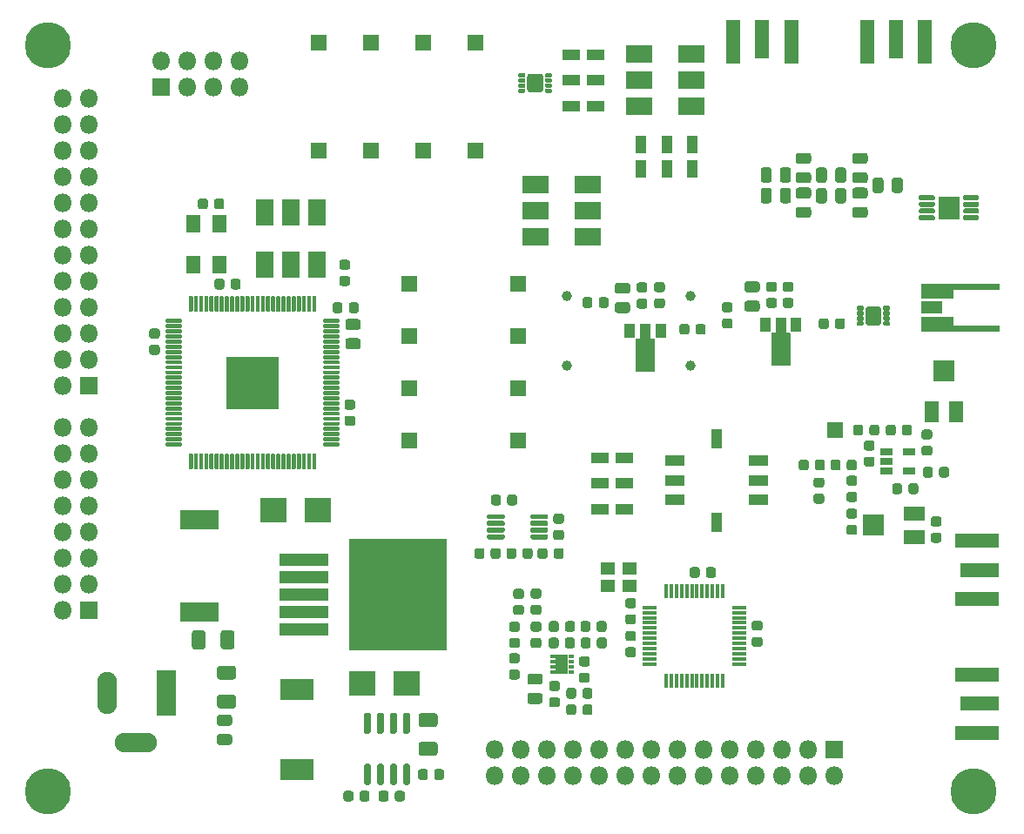
<source format=gbr>
%TF.GenerationSoftware,KiCad,Pcbnew,(5.1.6)-1*%
%TF.CreationDate,2021-04-01T20:33:04-06:00*%
%TF.ProjectId,radar_flight,72616461-725f-4666-9c69-6768742e6b69,rev?*%
%TF.SameCoordinates,Original*%
%TF.FileFunction,Soldermask,Top*%
%TF.FilePolarity,Negative*%
%FSLAX46Y46*%
G04 Gerber Fmt 4.6, Leading zero omitted, Abs format (unit mm)*
G04 Created by KiCad (PCBNEW (5.1.6)-1) date 2021-04-01 20:33:04*
%MOMM*%
%LPD*%
G01*
G04 APERTURE LIST*
%ADD10R,3.300000X2.100000*%
%ADD11R,1.497000X1.624000*%
%ADD12C,4.500000*%
%ADD13R,1.600000X1.600000*%
%ADD14R,2.600000X2.400000*%
%ADD15R,1.400000X1.200000*%
%ADD16R,2.050000X2.250000*%
%ADD17R,1.150000X1.850000*%
%ADD18R,0.600000X0.400000*%
%ADD19C,0.100000*%
%ADD20R,1.000000X1.400000*%
%ADD21R,0.350000X1.400000*%
%ADD22R,1.400000X0.350000*%
%ADD23R,9.500000X10.900000*%
%ADD24R,4.700000X1.200000*%
%ADD25R,1.160000X0.750000*%
%ADD26R,2.640000X1.751000*%
%ADD27R,1.878000X1.116000*%
%ADD28R,1.116000X1.878000*%
%ADD29R,1.624000X1.497000*%
%ADD30R,5.100000X5.100000*%
%ADD31R,1.400000X1.700000*%
%ADD32R,1.750000X2.640000*%
%ADD33C,1.000000*%
%ADD34R,1.100000X1.700000*%
%ADD35R,1.700000X1.100000*%
%ADD36R,1.400000X2.100000*%
%ADD37R,2.100000X2.100000*%
%ADD38R,2.100000X1.400000*%
%ADD39R,3.700000X1.900000*%
%ADD40O,1.800000X1.800000*%
%ADD41R,1.800000X1.800000*%
%ADD42R,1.370000X3.700000*%
%ADD43R,1.450000X4.300000*%
%ADD44R,3.700000X1.370000*%
%ADD45R,4.300000X1.450000*%
%ADD46R,1.900000X4.500000*%
%ADD47O,1.900000X4.100000*%
%ADD48O,4.100000X1.900000*%
%ADD49R,2.100000X1.200000*%
G04 APERTURE END LIST*
D10*
%TO.C,L1*%
X81750000Y-162600000D03*
X81750000Y-170400000D03*
%TD*%
D11*
%TO.C,U18*%
X92703600Y-123174000D03*
X103244600Y-123174000D03*
X92703600Y-128254000D03*
X103244600Y-128254000D03*
X92703600Y-133334000D03*
X103244600Y-133334000D03*
X92703600Y-138414000D03*
X103244600Y-138414000D03*
%TD*%
%TO.C,C54*%
G36*
G01*
X126781250Y-156912500D02*
X126218750Y-156912500D01*
G75*
G02*
X125975000Y-156668750I0J243750D01*
G01*
X125975000Y-156181250D01*
G75*
G02*
X126218750Y-155937500I243750J0D01*
G01*
X126781250Y-155937500D01*
G75*
G02*
X127025000Y-156181250I0J-243750D01*
G01*
X127025000Y-156668750D01*
G75*
G02*
X126781250Y-156912500I-243750J0D01*
G01*
G37*
G36*
G01*
X126781250Y-158487500D02*
X126218750Y-158487500D01*
G75*
G02*
X125975000Y-158243750I0J243750D01*
G01*
X125975000Y-157756250D01*
G75*
G02*
X126218750Y-157512500I243750J0D01*
G01*
X126781250Y-157512500D01*
G75*
G02*
X127025000Y-157756250I0J-243750D01*
G01*
X127025000Y-158243750D01*
G75*
G02*
X126781250Y-158487500I-243750J0D01*
G01*
G37*
%TD*%
%TO.C,C50*%
G36*
G01*
X121512500Y-151531250D02*
X121512500Y-150968750D01*
G75*
G02*
X121756250Y-150725000I243750J0D01*
G01*
X122243750Y-150725000D01*
G75*
G02*
X122487500Y-150968750I0J-243750D01*
G01*
X122487500Y-151531250D01*
G75*
G02*
X122243750Y-151775000I-243750J0D01*
G01*
X121756250Y-151775000D01*
G75*
G02*
X121512500Y-151531250I0J243750D01*
G01*
G37*
G36*
G01*
X119937500Y-151531250D02*
X119937500Y-150968750D01*
G75*
G02*
X120181250Y-150725000I243750J0D01*
G01*
X120668750Y-150725000D01*
G75*
G02*
X120912500Y-150968750I0J-243750D01*
G01*
X120912500Y-151531250D01*
G75*
G02*
X120668750Y-151775000I-243750J0D01*
G01*
X120181250Y-151775000D01*
G75*
G02*
X119937500Y-151531250I0J243750D01*
G01*
G37*
%TD*%
D12*
%TO.C,H4*%
X147500000Y-100000000D03*
%TD*%
%TO.C,H3*%
X57500000Y-100000000D03*
%TD*%
%TO.C,H2*%
X147500000Y-172500000D03*
%TD*%
%TO.C,H1*%
X57500000Y-172500000D03*
%TD*%
%TO.C,C36*%
G36*
G01*
X72875000Y-157145000D02*
X72875000Y-158455000D01*
G75*
G02*
X72605000Y-158725000I-270000J0D01*
G01*
X71795000Y-158725000D01*
G75*
G02*
X71525000Y-158455000I0J270000D01*
G01*
X71525000Y-157145000D01*
G75*
G02*
X71795000Y-156875000I270000J0D01*
G01*
X72605000Y-156875000D01*
G75*
G02*
X72875000Y-157145000I0J-270000D01*
G01*
G37*
G36*
G01*
X75675000Y-157145000D02*
X75675000Y-158455000D01*
G75*
G02*
X75405000Y-158725000I-270000J0D01*
G01*
X74595000Y-158725000D01*
G75*
G02*
X74325000Y-158455000I0J270000D01*
G01*
X74325000Y-157145000D01*
G75*
G02*
X74595000Y-156875000I270000J0D01*
G01*
X75405000Y-156875000D01*
G75*
G02*
X75675000Y-157145000I0J-270000D01*
G01*
G37*
%TD*%
D13*
%TO.C,TP1*%
X134100000Y-137400000D03*
%TD*%
D14*
%TO.C,D2*%
X83800000Y-145200000D03*
X79500000Y-145200000D03*
%TD*%
%TO.C,D1*%
X92400000Y-162000000D03*
X88100000Y-162000000D03*
%TD*%
%TO.C,Z9*%
G36*
G01*
X139587500Y-114081250D02*
X139587500Y-113118750D01*
G75*
G02*
X139856250Y-112850000I268750J0D01*
G01*
X140393750Y-112850000D01*
G75*
G02*
X140662500Y-113118750I0J-268750D01*
G01*
X140662500Y-114081250D01*
G75*
G02*
X140393750Y-114350000I-268750J0D01*
G01*
X139856250Y-114350000D01*
G75*
G02*
X139587500Y-114081250I0J268750D01*
G01*
G37*
G36*
G01*
X137712500Y-114081250D02*
X137712500Y-113118750D01*
G75*
G02*
X137981250Y-112850000I268750J0D01*
G01*
X138518750Y-112850000D01*
G75*
G02*
X138787500Y-113118750I0J-268750D01*
G01*
X138787500Y-114081250D01*
G75*
G02*
X138518750Y-114350000I-268750J0D01*
G01*
X137981250Y-114350000D01*
G75*
G02*
X137712500Y-114081250I0J268750D01*
G01*
G37*
%TD*%
%TO.C,Z8*%
G36*
G01*
X136981250Y-114887500D02*
X136018750Y-114887500D01*
G75*
G02*
X135750000Y-114618750I0J268750D01*
G01*
X135750000Y-114081250D01*
G75*
G02*
X136018750Y-113812500I268750J0D01*
G01*
X136981250Y-113812500D01*
G75*
G02*
X137250000Y-114081250I0J-268750D01*
G01*
X137250000Y-114618750D01*
G75*
G02*
X136981250Y-114887500I-268750J0D01*
G01*
G37*
G36*
G01*
X136981250Y-116762500D02*
X136018750Y-116762500D01*
G75*
G02*
X135750000Y-116493750I0J268750D01*
G01*
X135750000Y-115956250D01*
G75*
G02*
X136018750Y-115687500I268750J0D01*
G01*
X136981250Y-115687500D01*
G75*
G02*
X137250000Y-115956250I0J-268750D01*
G01*
X137250000Y-116493750D01*
G75*
G02*
X136981250Y-116762500I-268750J0D01*
G01*
G37*
%TD*%
%TO.C,Z7*%
G36*
G01*
X136981250Y-111512500D02*
X136018750Y-111512500D01*
G75*
G02*
X135750000Y-111243750I0J268750D01*
G01*
X135750000Y-110706250D01*
G75*
G02*
X136018750Y-110437500I268750J0D01*
G01*
X136981250Y-110437500D01*
G75*
G02*
X137250000Y-110706250I0J-268750D01*
G01*
X137250000Y-111243750D01*
G75*
G02*
X136981250Y-111512500I-268750J0D01*
G01*
G37*
G36*
G01*
X136981250Y-113387500D02*
X136018750Y-113387500D01*
G75*
G02*
X135750000Y-113118750I0J268750D01*
G01*
X135750000Y-112581250D01*
G75*
G02*
X136018750Y-112312500I268750J0D01*
G01*
X136981250Y-112312500D01*
G75*
G02*
X137250000Y-112581250I0J-268750D01*
G01*
X137250000Y-113118750D01*
G75*
G02*
X136981250Y-113387500I-268750J0D01*
G01*
G37*
%TD*%
%TO.C,Z6*%
G36*
G01*
X134087500Y-115081250D02*
X134087500Y-114118750D01*
G75*
G02*
X134356250Y-113850000I268750J0D01*
G01*
X134893750Y-113850000D01*
G75*
G02*
X135162500Y-114118750I0J-268750D01*
G01*
X135162500Y-115081250D01*
G75*
G02*
X134893750Y-115350000I-268750J0D01*
G01*
X134356250Y-115350000D01*
G75*
G02*
X134087500Y-115081250I0J268750D01*
G01*
G37*
G36*
G01*
X132212500Y-115081250D02*
X132212500Y-114118750D01*
G75*
G02*
X132481250Y-113850000I268750J0D01*
G01*
X133018750Y-113850000D01*
G75*
G02*
X133287500Y-114118750I0J-268750D01*
G01*
X133287500Y-115081250D01*
G75*
G02*
X133018750Y-115350000I-268750J0D01*
G01*
X132481250Y-115350000D01*
G75*
G02*
X132212500Y-115081250I0J268750D01*
G01*
G37*
%TD*%
%TO.C,Z5*%
G36*
G01*
X134087500Y-113081250D02*
X134087500Y-112118750D01*
G75*
G02*
X134356250Y-111850000I268750J0D01*
G01*
X134893750Y-111850000D01*
G75*
G02*
X135162500Y-112118750I0J-268750D01*
G01*
X135162500Y-113081250D01*
G75*
G02*
X134893750Y-113350000I-268750J0D01*
G01*
X134356250Y-113350000D01*
G75*
G02*
X134087500Y-113081250I0J268750D01*
G01*
G37*
G36*
G01*
X132212500Y-113081250D02*
X132212500Y-112118750D01*
G75*
G02*
X132481250Y-111850000I268750J0D01*
G01*
X133018750Y-111850000D01*
G75*
G02*
X133287500Y-112118750I0J-268750D01*
G01*
X133287500Y-113081250D01*
G75*
G02*
X133018750Y-113350000I-268750J0D01*
G01*
X132481250Y-113350000D01*
G75*
G02*
X132212500Y-113081250I0J268750D01*
G01*
G37*
%TD*%
%TO.C,Z4*%
G36*
G01*
X131481250Y-111512500D02*
X130518750Y-111512500D01*
G75*
G02*
X130250000Y-111243750I0J268750D01*
G01*
X130250000Y-110706250D01*
G75*
G02*
X130518750Y-110437500I268750J0D01*
G01*
X131481250Y-110437500D01*
G75*
G02*
X131750000Y-110706250I0J-268750D01*
G01*
X131750000Y-111243750D01*
G75*
G02*
X131481250Y-111512500I-268750J0D01*
G01*
G37*
G36*
G01*
X131481250Y-113387500D02*
X130518750Y-113387500D01*
G75*
G02*
X130250000Y-113118750I0J268750D01*
G01*
X130250000Y-112581250D01*
G75*
G02*
X130518750Y-112312500I268750J0D01*
G01*
X131481250Y-112312500D01*
G75*
G02*
X131750000Y-112581250I0J-268750D01*
G01*
X131750000Y-113118750D01*
G75*
G02*
X131481250Y-113387500I-268750J0D01*
G01*
G37*
%TD*%
%TO.C,Z3*%
G36*
G01*
X131481250Y-114887500D02*
X130518750Y-114887500D01*
G75*
G02*
X130250000Y-114618750I0J268750D01*
G01*
X130250000Y-114081250D01*
G75*
G02*
X130518750Y-113812500I268750J0D01*
G01*
X131481250Y-113812500D01*
G75*
G02*
X131750000Y-114081250I0J-268750D01*
G01*
X131750000Y-114618750D01*
G75*
G02*
X131481250Y-114887500I-268750J0D01*
G01*
G37*
G36*
G01*
X131481250Y-116762500D02*
X130518750Y-116762500D01*
G75*
G02*
X130250000Y-116493750I0J268750D01*
G01*
X130250000Y-115956250D01*
G75*
G02*
X130518750Y-115687500I268750J0D01*
G01*
X131481250Y-115687500D01*
G75*
G02*
X131750000Y-115956250I0J-268750D01*
G01*
X131750000Y-116493750D01*
G75*
G02*
X131481250Y-116762500I-268750J0D01*
G01*
G37*
%TD*%
%TO.C,Z2*%
G36*
G01*
X127912500Y-114118750D02*
X127912500Y-115081250D01*
G75*
G02*
X127643750Y-115350000I-268750J0D01*
G01*
X127106250Y-115350000D01*
G75*
G02*
X126837500Y-115081250I0J268750D01*
G01*
X126837500Y-114118750D01*
G75*
G02*
X127106250Y-113850000I268750J0D01*
G01*
X127643750Y-113850000D01*
G75*
G02*
X127912500Y-114118750I0J-268750D01*
G01*
G37*
G36*
G01*
X129787500Y-114118750D02*
X129787500Y-115081250D01*
G75*
G02*
X129518750Y-115350000I-268750J0D01*
G01*
X128981250Y-115350000D01*
G75*
G02*
X128712500Y-115081250I0J268750D01*
G01*
X128712500Y-114118750D01*
G75*
G02*
X128981250Y-113850000I268750J0D01*
G01*
X129518750Y-113850000D01*
G75*
G02*
X129787500Y-114118750I0J-268750D01*
G01*
G37*
%TD*%
%TO.C,Z1*%
G36*
G01*
X127912500Y-112118750D02*
X127912500Y-113081250D01*
G75*
G02*
X127643750Y-113350000I-268750J0D01*
G01*
X127106250Y-113350000D01*
G75*
G02*
X126837500Y-113081250I0J268750D01*
G01*
X126837500Y-112118750D01*
G75*
G02*
X127106250Y-111850000I268750J0D01*
G01*
X127643750Y-111850000D01*
G75*
G02*
X127912500Y-112118750I0J-268750D01*
G01*
G37*
G36*
G01*
X129787500Y-112118750D02*
X129787500Y-113081250D01*
G75*
G02*
X129518750Y-113350000I-268750J0D01*
G01*
X128981250Y-113350000D01*
G75*
G02*
X128712500Y-113081250I0J268750D01*
G01*
X128712500Y-112118750D01*
G75*
G02*
X128981250Y-111850000I268750J0D01*
G01*
X129518750Y-111850000D01*
G75*
G02*
X129787500Y-112118750I0J-268750D01*
G01*
G37*
%TD*%
D15*
%TO.C,X1*%
X111950000Y-150875000D03*
X114050000Y-150875000D03*
X114050000Y-152525000D03*
X111950000Y-152525000D03*
%TD*%
D16*
%TO.C,U17*%
X145150000Y-115775000D03*
G36*
G01*
X143775000Y-116625000D02*
X143775000Y-116875000D01*
G75*
G02*
X143650000Y-117000000I-125000J0D01*
G01*
X142350000Y-117000000D01*
G75*
G02*
X142225000Y-116875000I0J125000D01*
G01*
X142225000Y-116625000D01*
G75*
G02*
X142350000Y-116500000I125000J0D01*
G01*
X143650000Y-116500000D01*
G75*
G02*
X143775000Y-116625000I0J-125000D01*
G01*
G37*
G36*
G01*
X143775000Y-115975000D02*
X143775000Y-116225000D01*
G75*
G02*
X143650000Y-116350000I-125000J0D01*
G01*
X142350000Y-116350000D01*
G75*
G02*
X142225000Y-116225000I0J125000D01*
G01*
X142225000Y-115975000D01*
G75*
G02*
X142350000Y-115850000I125000J0D01*
G01*
X143650000Y-115850000D01*
G75*
G02*
X143775000Y-115975000I0J-125000D01*
G01*
G37*
G36*
G01*
X143775000Y-115325000D02*
X143775000Y-115575000D01*
G75*
G02*
X143650000Y-115700000I-125000J0D01*
G01*
X142350000Y-115700000D01*
G75*
G02*
X142225000Y-115575000I0J125000D01*
G01*
X142225000Y-115325000D01*
G75*
G02*
X142350000Y-115200000I125000J0D01*
G01*
X143650000Y-115200000D01*
G75*
G02*
X143775000Y-115325000I0J-125000D01*
G01*
G37*
G36*
G01*
X143775000Y-114675000D02*
X143775000Y-114925000D01*
G75*
G02*
X143650000Y-115050000I-125000J0D01*
G01*
X142350000Y-115050000D01*
G75*
G02*
X142225000Y-114925000I0J125000D01*
G01*
X142225000Y-114675000D01*
G75*
G02*
X142350000Y-114550000I125000J0D01*
G01*
X143650000Y-114550000D01*
G75*
G02*
X143775000Y-114675000I0J-125000D01*
G01*
G37*
G36*
G01*
X148075000Y-114675000D02*
X148075000Y-114925000D01*
G75*
G02*
X147950000Y-115050000I-125000J0D01*
G01*
X146650000Y-115050000D01*
G75*
G02*
X146525000Y-114925000I0J125000D01*
G01*
X146525000Y-114675000D01*
G75*
G02*
X146650000Y-114550000I125000J0D01*
G01*
X147950000Y-114550000D01*
G75*
G02*
X148075000Y-114675000I0J-125000D01*
G01*
G37*
G36*
G01*
X148075000Y-115325000D02*
X148075000Y-115575000D01*
G75*
G02*
X147950000Y-115700000I-125000J0D01*
G01*
X146650000Y-115700000D01*
G75*
G02*
X146525000Y-115575000I0J125000D01*
G01*
X146525000Y-115325000D01*
G75*
G02*
X146650000Y-115200000I125000J0D01*
G01*
X147950000Y-115200000D01*
G75*
G02*
X148075000Y-115325000I0J-125000D01*
G01*
G37*
G36*
G01*
X148075000Y-115975000D02*
X148075000Y-116225000D01*
G75*
G02*
X147950000Y-116350000I-125000J0D01*
G01*
X146650000Y-116350000D01*
G75*
G02*
X146525000Y-116225000I0J125000D01*
G01*
X146525000Y-115975000D01*
G75*
G02*
X146650000Y-115850000I125000J0D01*
G01*
X147950000Y-115850000D01*
G75*
G02*
X148075000Y-115975000I0J-125000D01*
G01*
G37*
G36*
G01*
X148075000Y-116625000D02*
X148075000Y-116875000D01*
G75*
G02*
X147950000Y-117000000I-125000J0D01*
G01*
X146650000Y-117000000D01*
G75*
G02*
X146525000Y-116875000I0J125000D01*
G01*
X146525000Y-116625000D01*
G75*
G02*
X146650000Y-116500000I125000J0D01*
G01*
X147950000Y-116500000D01*
G75*
G02*
X148075000Y-116625000I0J-125000D01*
G01*
G37*
%TD*%
%TO.C,U16*%
G36*
G01*
X138750000Y-125662500D02*
X138750000Y-125437500D01*
G75*
G02*
X138862500Y-125325000I112500J0D01*
G01*
X139312500Y-125325000D01*
G75*
G02*
X139425000Y-125437500I0J-112500D01*
G01*
X139425000Y-125662500D01*
G75*
G02*
X139312500Y-125775000I-112500J0D01*
G01*
X138862500Y-125775000D01*
G75*
G02*
X138750000Y-125662500I0J112500D01*
G01*
G37*
G36*
G01*
X138750000Y-126162500D02*
X138750000Y-125937500D01*
G75*
G02*
X138862500Y-125825000I112500J0D01*
G01*
X139312500Y-125825000D01*
G75*
G02*
X139425000Y-125937500I0J-112500D01*
G01*
X139425000Y-126162500D01*
G75*
G02*
X139312500Y-126275000I-112500J0D01*
G01*
X138862500Y-126275000D01*
G75*
G02*
X138750000Y-126162500I0J112500D01*
G01*
G37*
G36*
G01*
X138750000Y-126662500D02*
X138750000Y-126437500D01*
G75*
G02*
X138862500Y-126325000I112500J0D01*
G01*
X139312500Y-126325000D01*
G75*
G02*
X139425000Y-126437500I0J-112500D01*
G01*
X139425000Y-126662500D01*
G75*
G02*
X139312500Y-126775000I-112500J0D01*
G01*
X138862500Y-126775000D01*
G75*
G02*
X138750000Y-126662500I0J112500D01*
G01*
G37*
G36*
G01*
X138750000Y-127162500D02*
X138750000Y-126937500D01*
G75*
G02*
X138862500Y-126825000I112500J0D01*
G01*
X139312500Y-126825000D01*
G75*
G02*
X139425000Y-126937500I0J-112500D01*
G01*
X139425000Y-127162500D01*
G75*
G02*
X139312500Y-127275000I-112500J0D01*
G01*
X138862500Y-127275000D01*
G75*
G02*
X138750000Y-127162500I0J112500D01*
G01*
G37*
G36*
G01*
X136175000Y-127162500D02*
X136175000Y-126937500D01*
G75*
G02*
X136287500Y-126825000I112500J0D01*
G01*
X136737500Y-126825000D01*
G75*
G02*
X136850000Y-126937500I0J-112500D01*
G01*
X136850000Y-127162500D01*
G75*
G02*
X136737500Y-127275000I-112500J0D01*
G01*
X136287500Y-127275000D01*
G75*
G02*
X136175000Y-127162500I0J112500D01*
G01*
G37*
G36*
G01*
X136175000Y-126662500D02*
X136175000Y-126437500D01*
G75*
G02*
X136287500Y-126325000I112500J0D01*
G01*
X136737500Y-126325000D01*
G75*
G02*
X136850000Y-126437500I0J-112500D01*
G01*
X136850000Y-126662500D01*
G75*
G02*
X136737500Y-126775000I-112500J0D01*
G01*
X136287500Y-126775000D01*
G75*
G02*
X136175000Y-126662500I0J112500D01*
G01*
G37*
G36*
G01*
X136175000Y-126162500D02*
X136175000Y-125937500D01*
G75*
G02*
X136287500Y-125825000I112500J0D01*
G01*
X136737500Y-125825000D01*
G75*
G02*
X136850000Y-125937500I0J-112500D01*
G01*
X136850000Y-126162500D01*
G75*
G02*
X136737500Y-126275000I-112500J0D01*
G01*
X136287500Y-126275000D01*
G75*
G02*
X136175000Y-126162500I0J112500D01*
G01*
G37*
G36*
G01*
X136175000Y-125662500D02*
X136175000Y-125437500D01*
G75*
G02*
X136287500Y-125325000I112500J0D01*
G01*
X136737500Y-125325000D01*
G75*
G02*
X136850000Y-125437500I0J-112500D01*
G01*
X136850000Y-125662500D01*
G75*
G02*
X136737500Y-125775000I-112500J0D01*
G01*
X136287500Y-125775000D01*
G75*
G02*
X136175000Y-125662500I0J112500D01*
G01*
G37*
G36*
G01*
X137025000Y-126952759D02*
X137025000Y-125647241D01*
G75*
G02*
X137292241Y-125380000I267241J0D01*
G01*
X138307759Y-125380000D01*
G75*
G02*
X138575000Y-125647241I0J-267241D01*
G01*
X138575000Y-126952759D01*
G75*
G02*
X138307759Y-127220000I-267241J0D01*
G01*
X137292241Y-127220000D01*
G75*
G02*
X137025000Y-126952759I0J267241D01*
G01*
G37*
%TD*%
D17*
%TO.C,U15*%
X107500000Y-160200000D03*
D18*
X106600000Y-160950000D03*
X106600000Y-160450000D03*
X106600000Y-159950000D03*
X106600000Y-159450000D03*
X108400000Y-159450000D03*
X108400000Y-159950000D03*
X108400000Y-160450000D03*
X108400000Y-160950000D03*
%TD*%
D19*
%TO.C,U14*%
G36*
X129715539Y-131109755D02*
G01*
X129712694Y-131119134D01*
X129708073Y-131127779D01*
X129701855Y-131135355D01*
X129694279Y-131141573D01*
X129685634Y-131146194D01*
X129676255Y-131149039D01*
X129666500Y-131150000D01*
X127933500Y-131150000D01*
X127923745Y-131149039D01*
X127914366Y-131146194D01*
X127905721Y-131141573D01*
X127898145Y-131135355D01*
X127891927Y-131127779D01*
X127887306Y-131119134D01*
X127884461Y-131109755D01*
X127883500Y-131100000D01*
X127883500Y-127975000D01*
X127884461Y-127965245D01*
X127887306Y-127955866D01*
X127891927Y-127947221D01*
X127898145Y-127939645D01*
X127905721Y-127933427D01*
X127914366Y-127928806D01*
X127923745Y-127925961D01*
X127933500Y-127925000D01*
X128300000Y-127925000D01*
X128300000Y-126500000D01*
X128300961Y-126490245D01*
X128303806Y-126480866D01*
X128308427Y-126472221D01*
X128314645Y-126464645D01*
X128322221Y-126458427D01*
X128330866Y-126453806D01*
X128340245Y-126450961D01*
X128350000Y-126450000D01*
X129250000Y-126450000D01*
X129259755Y-126450961D01*
X129269134Y-126453806D01*
X129277779Y-126458427D01*
X129285355Y-126464645D01*
X129291573Y-126472221D01*
X129296194Y-126480866D01*
X129299039Y-126490245D01*
X129300000Y-126500000D01*
X129300000Y-127925000D01*
X129666500Y-127925000D01*
X129676255Y-127925961D01*
X129685634Y-127928806D01*
X129694279Y-127933427D01*
X129701855Y-127939645D01*
X129708073Y-127947221D01*
X129712694Y-127955866D01*
X129715539Y-127965245D01*
X129716500Y-127975000D01*
X129716500Y-131100000D01*
X129715539Y-131109755D01*
G37*
D20*
X127300000Y-127150000D03*
X130300000Y-127150000D03*
%TD*%
D21*
%TO.C,U13*%
X117650000Y-153050000D03*
X118150000Y-153050000D03*
X118650000Y-153050000D03*
X119150000Y-153050000D03*
X119650000Y-153050000D03*
X120150000Y-153050000D03*
X120650000Y-153050000D03*
X121150000Y-153050000D03*
X121650000Y-153050000D03*
X122150000Y-153050000D03*
X122650000Y-153050000D03*
X123150000Y-153050000D03*
D22*
X124750000Y-154650000D03*
X124750000Y-155150000D03*
X124750000Y-155650000D03*
X124750000Y-156150000D03*
X124750000Y-156650000D03*
X124750000Y-157150000D03*
X124750000Y-157650000D03*
X124750000Y-158150000D03*
X124750000Y-158650000D03*
X124750000Y-159150000D03*
X124750000Y-159650000D03*
X124750000Y-160150000D03*
D21*
X123150000Y-161750000D03*
X122650000Y-161750000D03*
X122150000Y-161750000D03*
X121650000Y-161750000D03*
X121150000Y-161750000D03*
X120650000Y-161750000D03*
X120150000Y-161750000D03*
X119650000Y-161750000D03*
X119150000Y-161750000D03*
X118650000Y-161750000D03*
X118150000Y-161750000D03*
X117650000Y-161750000D03*
D22*
X116050000Y-160150000D03*
X116050000Y-159650000D03*
X116050000Y-159150000D03*
X116050000Y-158650000D03*
X116050000Y-158150000D03*
X116050000Y-157650000D03*
X116050000Y-157150000D03*
X116050000Y-156650000D03*
X116050000Y-156150000D03*
X116050000Y-155650000D03*
X116050000Y-155150000D03*
X116050000Y-154650000D03*
%TD*%
D19*
%TO.C,U12*%
G36*
X116515539Y-131709755D02*
G01*
X116512694Y-131719134D01*
X116508073Y-131727779D01*
X116501855Y-131735355D01*
X116494279Y-131741573D01*
X116485634Y-131746194D01*
X116476255Y-131749039D01*
X116466500Y-131750000D01*
X114733500Y-131750000D01*
X114723745Y-131749039D01*
X114714366Y-131746194D01*
X114705721Y-131741573D01*
X114698145Y-131735355D01*
X114691927Y-131727779D01*
X114687306Y-131719134D01*
X114684461Y-131709755D01*
X114683500Y-131700000D01*
X114683500Y-128575000D01*
X114684461Y-128565245D01*
X114687306Y-128555866D01*
X114691927Y-128547221D01*
X114698145Y-128539645D01*
X114705721Y-128533427D01*
X114714366Y-128528806D01*
X114723745Y-128525961D01*
X114733500Y-128525000D01*
X115100000Y-128525000D01*
X115100000Y-127100000D01*
X115100961Y-127090245D01*
X115103806Y-127080866D01*
X115108427Y-127072221D01*
X115114645Y-127064645D01*
X115122221Y-127058427D01*
X115130866Y-127053806D01*
X115140245Y-127050961D01*
X115150000Y-127050000D01*
X116050000Y-127050000D01*
X116059755Y-127050961D01*
X116069134Y-127053806D01*
X116077779Y-127058427D01*
X116085355Y-127064645D01*
X116091573Y-127072221D01*
X116096194Y-127080866D01*
X116099039Y-127090245D01*
X116100000Y-127100000D01*
X116100000Y-128525000D01*
X116466500Y-128525000D01*
X116476255Y-128525961D01*
X116485634Y-128528806D01*
X116494279Y-128533427D01*
X116501855Y-128539645D01*
X116508073Y-128547221D01*
X116512694Y-128555866D01*
X116515539Y-128565245D01*
X116516500Y-128575000D01*
X116516500Y-131700000D01*
X116515539Y-131709755D01*
G37*
D20*
X114100000Y-127750000D03*
X117100000Y-127750000D03*
%TD*%
D23*
%TO.C,U11*%
X91600000Y-153400000D03*
D24*
X82450000Y-156800000D03*
X82450000Y-155100000D03*
X82450000Y-153400000D03*
X82450000Y-151700000D03*
X82450000Y-150000000D03*
%TD*%
%TO.C,U10*%
G36*
G01*
X101950000Y-147650000D02*
X101950000Y-147900000D01*
G75*
G02*
X101825000Y-148025000I-125000J0D01*
G01*
X100350000Y-148025000D01*
G75*
G02*
X100225000Y-147900000I0J125000D01*
G01*
X100225000Y-147650000D01*
G75*
G02*
X100350000Y-147525000I125000J0D01*
G01*
X101825000Y-147525000D01*
G75*
G02*
X101950000Y-147650000I0J-125000D01*
G01*
G37*
G36*
G01*
X101950000Y-147000000D02*
X101950000Y-147250000D01*
G75*
G02*
X101825000Y-147375000I-125000J0D01*
G01*
X100350000Y-147375000D01*
G75*
G02*
X100225000Y-147250000I0J125000D01*
G01*
X100225000Y-147000000D01*
G75*
G02*
X100350000Y-146875000I125000J0D01*
G01*
X101825000Y-146875000D01*
G75*
G02*
X101950000Y-147000000I0J-125000D01*
G01*
G37*
G36*
G01*
X101950000Y-146350000D02*
X101950000Y-146600000D01*
G75*
G02*
X101825000Y-146725000I-125000J0D01*
G01*
X100350000Y-146725000D01*
G75*
G02*
X100225000Y-146600000I0J125000D01*
G01*
X100225000Y-146350000D01*
G75*
G02*
X100350000Y-146225000I125000J0D01*
G01*
X101825000Y-146225000D01*
G75*
G02*
X101950000Y-146350000I0J-125000D01*
G01*
G37*
G36*
G01*
X101950000Y-145700000D02*
X101950000Y-145950000D01*
G75*
G02*
X101825000Y-146075000I-125000J0D01*
G01*
X100350000Y-146075000D01*
G75*
G02*
X100225000Y-145950000I0J125000D01*
G01*
X100225000Y-145700000D01*
G75*
G02*
X100350000Y-145575000I125000J0D01*
G01*
X101825000Y-145575000D01*
G75*
G02*
X101950000Y-145700000I0J-125000D01*
G01*
G37*
G36*
G01*
X106175000Y-145700000D02*
X106175000Y-145950000D01*
G75*
G02*
X106050000Y-146075000I-125000J0D01*
G01*
X104575000Y-146075000D01*
G75*
G02*
X104450000Y-145950000I0J125000D01*
G01*
X104450000Y-145700000D01*
G75*
G02*
X104575000Y-145575000I125000J0D01*
G01*
X106050000Y-145575000D01*
G75*
G02*
X106175000Y-145700000I0J-125000D01*
G01*
G37*
G36*
G01*
X106175000Y-146350000D02*
X106175000Y-146600000D01*
G75*
G02*
X106050000Y-146725000I-125000J0D01*
G01*
X104575000Y-146725000D01*
G75*
G02*
X104450000Y-146600000I0J125000D01*
G01*
X104450000Y-146350000D01*
G75*
G02*
X104575000Y-146225000I125000J0D01*
G01*
X106050000Y-146225000D01*
G75*
G02*
X106175000Y-146350000I0J-125000D01*
G01*
G37*
G36*
G01*
X106175000Y-147000000D02*
X106175000Y-147250000D01*
G75*
G02*
X106050000Y-147375000I-125000J0D01*
G01*
X104575000Y-147375000D01*
G75*
G02*
X104450000Y-147250000I0J125000D01*
G01*
X104450000Y-147000000D01*
G75*
G02*
X104575000Y-146875000I125000J0D01*
G01*
X106050000Y-146875000D01*
G75*
G02*
X106175000Y-147000000I0J-125000D01*
G01*
G37*
G36*
G01*
X106175000Y-147650000D02*
X106175000Y-147900000D01*
G75*
G02*
X106050000Y-148025000I-125000J0D01*
G01*
X104575000Y-148025000D01*
G75*
G02*
X104450000Y-147900000I0J125000D01*
G01*
X104450000Y-147650000D01*
G75*
G02*
X104575000Y-147525000I125000J0D01*
G01*
X106050000Y-147525000D01*
G75*
G02*
X106175000Y-147650000I0J-125000D01*
G01*
G37*
%TD*%
D25*
%TO.C,U9*%
X141300000Y-139500000D03*
X141300000Y-141400000D03*
X139100000Y-141400000D03*
X139100000Y-140450000D03*
X139100000Y-139500000D03*
%TD*%
D26*
%TO.C,U8*%
X120080000Y-100800000D03*
X120080000Y-103340000D03*
X120080000Y-105880000D03*
X115000000Y-105880000D03*
X115000000Y-103340000D03*
X115000000Y-100800000D03*
%TD*%
%TO.C,U7*%
X104928000Y-113490000D03*
X104928000Y-116030000D03*
X104928000Y-118570000D03*
X110008000Y-113490000D03*
X110008000Y-116030000D03*
X110008000Y-118570000D03*
%TD*%
%TO.C,U6*%
G36*
G01*
X105862500Y-103012500D02*
X105862500Y-102787500D01*
G75*
G02*
X105975000Y-102675000I112500J0D01*
G01*
X106425000Y-102675000D01*
G75*
G02*
X106537500Y-102787500I0J-112500D01*
G01*
X106537500Y-103012500D01*
G75*
G02*
X106425000Y-103125000I-112500J0D01*
G01*
X105975000Y-103125000D01*
G75*
G02*
X105862500Y-103012500I0J112500D01*
G01*
G37*
G36*
G01*
X105862500Y-103512500D02*
X105862500Y-103287500D01*
G75*
G02*
X105975000Y-103175000I112500J0D01*
G01*
X106425000Y-103175000D01*
G75*
G02*
X106537500Y-103287500I0J-112500D01*
G01*
X106537500Y-103512500D01*
G75*
G02*
X106425000Y-103625000I-112500J0D01*
G01*
X105975000Y-103625000D01*
G75*
G02*
X105862500Y-103512500I0J112500D01*
G01*
G37*
G36*
G01*
X105862500Y-104012500D02*
X105862500Y-103787500D01*
G75*
G02*
X105975000Y-103675000I112500J0D01*
G01*
X106425000Y-103675000D01*
G75*
G02*
X106537500Y-103787500I0J-112500D01*
G01*
X106537500Y-104012500D01*
G75*
G02*
X106425000Y-104125000I-112500J0D01*
G01*
X105975000Y-104125000D01*
G75*
G02*
X105862500Y-104012500I0J112500D01*
G01*
G37*
G36*
G01*
X105862500Y-104512500D02*
X105862500Y-104287500D01*
G75*
G02*
X105975000Y-104175000I112500J0D01*
G01*
X106425000Y-104175000D01*
G75*
G02*
X106537500Y-104287500I0J-112500D01*
G01*
X106537500Y-104512500D01*
G75*
G02*
X106425000Y-104625000I-112500J0D01*
G01*
X105975000Y-104625000D01*
G75*
G02*
X105862500Y-104512500I0J112500D01*
G01*
G37*
G36*
G01*
X103287500Y-104512500D02*
X103287500Y-104287500D01*
G75*
G02*
X103400000Y-104175000I112500J0D01*
G01*
X103850000Y-104175000D01*
G75*
G02*
X103962500Y-104287500I0J-112500D01*
G01*
X103962500Y-104512500D01*
G75*
G02*
X103850000Y-104625000I-112500J0D01*
G01*
X103400000Y-104625000D01*
G75*
G02*
X103287500Y-104512500I0J112500D01*
G01*
G37*
G36*
G01*
X103287500Y-104012500D02*
X103287500Y-103787500D01*
G75*
G02*
X103400000Y-103675000I112500J0D01*
G01*
X103850000Y-103675000D01*
G75*
G02*
X103962500Y-103787500I0J-112500D01*
G01*
X103962500Y-104012500D01*
G75*
G02*
X103850000Y-104125000I-112500J0D01*
G01*
X103400000Y-104125000D01*
G75*
G02*
X103287500Y-104012500I0J112500D01*
G01*
G37*
G36*
G01*
X103287500Y-103512500D02*
X103287500Y-103287500D01*
G75*
G02*
X103400000Y-103175000I112500J0D01*
G01*
X103850000Y-103175000D01*
G75*
G02*
X103962500Y-103287500I0J-112500D01*
G01*
X103962500Y-103512500D01*
G75*
G02*
X103850000Y-103625000I-112500J0D01*
G01*
X103400000Y-103625000D01*
G75*
G02*
X103287500Y-103512500I0J112500D01*
G01*
G37*
G36*
G01*
X103287500Y-103012500D02*
X103287500Y-102787500D01*
G75*
G02*
X103400000Y-102675000I112500J0D01*
G01*
X103850000Y-102675000D01*
G75*
G02*
X103962500Y-102787500I0J-112500D01*
G01*
X103962500Y-103012500D01*
G75*
G02*
X103850000Y-103125000I-112500J0D01*
G01*
X103400000Y-103125000D01*
G75*
G02*
X103287500Y-103012500I0J112500D01*
G01*
G37*
G36*
G01*
X104137500Y-104302759D02*
X104137500Y-102997241D01*
G75*
G02*
X104404741Y-102730000I267241J0D01*
G01*
X105420259Y-102730000D01*
G75*
G02*
X105687500Y-102997241I0J-267241D01*
G01*
X105687500Y-104302759D01*
G75*
G02*
X105420259Y-104570000I-267241J0D01*
G01*
X104404741Y-104570000D01*
G75*
G02*
X104137500Y-104302759I0J267241D01*
G01*
G37*
%TD*%
%TO.C,U5*%
G36*
G01*
X88770000Y-166950000D02*
X88420000Y-166950000D01*
G75*
G02*
X88245000Y-166775000I0J175000D01*
G01*
X88245000Y-165075000D01*
G75*
G02*
X88420000Y-164900000I175000J0D01*
G01*
X88770000Y-164900000D01*
G75*
G02*
X88945000Y-165075000I0J-175000D01*
G01*
X88945000Y-166775000D01*
G75*
G02*
X88770000Y-166950000I-175000J0D01*
G01*
G37*
G36*
G01*
X90040000Y-166950000D02*
X89690000Y-166950000D01*
G75*
G02*
X89515000Y-166775000I0J175000D01*
G01*
X89515000Y-165075000D01*
G75*
G02*
X89690000Y-164900000I175000J0D01*
G01*
X90040000Y-164900000D01*
G75*
G02*
X90215000Y-165075000I0J-175000D01*
G01*
X90215000Y-166775000D01*
G75*
G02*
X90040000Y-166950000I-175000J0D01*
G01*
G37*
G36*
G01*
X91310000Y-166950000D02*
X90960000Y-166950000D01*
G75*
G02*
X90785000Y-166775000I0J175000D01*
G01*
X90785000Y-165075000D01*
G75*
G02*
X90960000Y-164900000I175000J0D01*
G01*
X91310000Y-164900000D01*
G75*
G02*
X91485000Y-165075000I0J-175000D01*
G01*
X91485000Y-166775000D01*
G75*
G02*
X91310000Y-166950000I-175000J0D01*
G01*
G37*
G36*
G01*
X92580000Y-166950000D02*
X92230000Y-166950000D01*
G75*
G02*
X92055000Y-166775000I0J175000D01*
G01*
X92055000Y-165075000D01*
G75*
G02*
X92230000Y-164900000I175000J0D01*
G01*
X92580000Y-164900000D01*
G75*
G02*
X92755000Y-165075000I0J-175000D01*
G01*
X92755000Y-166775000D01*
G75*
G02*
X92580000Y-166950000I-175000J0D01*
G01*
G37*
G36*
G01*
X92580000Y-171900000D02*
X92230000Y-171900000D01*
G75*
G02*
X92055000Y-171725000I0J175000D01*
G01*
X92055000Y-170025000D01*
G75*
G02*
X92230000Y-169850000I175000J0D01*
G01*
X92580000Y-169850000D01*
G75*
G02*
X92755000Y-170025000I0J-175000D01*
G01*
X92755000Y-171725000D01*
G75*
G02*
X92580000Y-171900000I-175000J0D01*
G01*
G37*
G36*
G01*
X91310000Y-171900000D02*
X90960000Y-171900000D01*
G75*
G02*
X90785000Y-171725000I0J175000D01*
G01*
X90785000Y-170025000D01*
G75*
G02*
X90960000Y-169850000I175000J0D01*
G01*
X91310000Y-169850000D01*
G75*
G02*
X91485000Y-170025000I0J-175000D01*
G01*
X91485000Y-171725000D01*
G75*
G02*
X91310000Y-171900000I-175000J0D01*
G01*
G37*
G36*
G01*
X90040000Y-171900000D02*
X89690000Y-171900000D01*
G75*
G02*
X89515000Y-171725000I0J175000D01*
G01*
X89515000Y-170025000D01*
G75*
G02*
X89690000Y-169850000I175000J0D01*
G01*
X90040000Y-169850000D01*
G75*
G02*
X90215000Y-170025000I0J-175000D01*
G01*
X90215000Y-171725000D01*
G75*
G02*
X90040000Y-171900000I-175000J0D01*
G01*
G37*
G36*
G01*
X88770000Y-171900000D02*
X88420000Y-171900000D01*
G75*
G02*
X88245000Y-171725000I0J175000D01*
G01*
X88245000Y-170025000D01*
G75*
G02*
X88420000Y-169850000I175000J0D01*
G01*
X88770000Y-169850000D01*
G75*
G02*
X88945000Y-170025000I0J-175000D01*
G01*
X88945000Y-171725000D01*
G75*
G02*
X88770000Y-171900000I-175000J0D01*
G01*
G37*
%TD*%
D27*
%TO.C,U4*%
X126664000Y-140395000D03*
X126664000Y-142300000D03*
X126664000Y-144205000D03*
X118536000Y-144205000D03*
X118536000Y-142300000D03*
X118536000Y-140395000D03*
D28*
X122600000Y-146364000D03*
X122600000Y-138236000D03*
%TD*%
D29*
%TO.C,U3*%
X99076000Y-99703600D03*
X99076000Y-110244600D03*
X93996000Y-99703600D03*
X93996000Y-110244600D03*
X88916000Y-99703600D03*
X88916000Y-110244600D03*
X83836000Y-99703600D03*
X83836000Y-110244600D03*
%TD*%
D30*
%TO.C,U2*%
X77437500Y-132800000D03*
G36*
G01*
X71237500Y-125825000D02*
X71237500Y-124450000D01*
G75*
G02*
X71337500Y-124350000I100000J0D01*
G01*
X71537500Y-124350000D01*
G75*
G02*
X71637500Y-124450000I0J-100000D01*
G01*
X71637500Y-125825000D01*
G75*
G02*
X71537500Y-125925000I-100000J0D01*
G01*
X71337500Y-125925000D01*
G75*
G02*
X71237500Y-125825000I0J100000D01*
G01*
G37*
G36*
G01*
X71737500Y-125825000D02*
X71737500Y-124450000D01*
G75*
G02*
X71837500Y-124350000I100000J0D01*
G01*
X72037500Y-124350000D01*
G75*
G02*
X72137500Y-124450000I0J-100000D01*
G01*
X72137500Y-125825000D01*
G75*
G02*
X72037500Y-125925000I-100000J0D01*
G01*
X71837500Y-125925000D01*
G75*
G02*
X71737500Y-125825000I0J100000D01*
G01*
G37*
G36*
G01*
X72237500Y-125825000D02*
X72237500Y-124450000D01*
G75*
G02*
X72337500Y-124350000I100000J0D01*
G01*
X72537500Y-124350000D01*
G75*
G02*
X72637500Y-124450000I0J-100000D01*
G01*
X72637500Y-125825000D01*
G75*
G02*
X72537500Y-125925000I-100000J0D01*
G01*
X72337500Y-125925000D01*
G75*
G02*
X72237500Y-125825000I0J100000D01*
G01*
G37*
G36*
G01*
X72737500Y-125825000D02*
X72737500Y-124450000D01*
G75*
G02*
X72837500Y-124350000I100000J0D01*
G01*
X73037500Y-124350000D01*
G75*
G02*
X73137500Y-124450000I0J-100000D01*
G01*
X73137500Y-125825000D01*
G75*
G02*
X73037500Y-125925000I-100000J0D01*
G01*
X72837500Y-125925000D01*
G75*
G02*
X72737500Y-125825000I0J100000D01*
G01*
G37*
G36*
G01*
X73237500Y-125825000D02*
X73237500Y-124450000D01*
G75*
G02*
X73337500Y-124350000I100000J0D01*
G01*
X73537500Y-124350000D01*
G75*
G02*
X73637500Y-124450000I0J-100000D01*
G01*
X73637500Y-125825000D01*
G75*
G02*
X73537500Y-125925000I-100000J0D01*
G01*
X73337500Y-125925000D01*
G75*
G02*
X73237500Y-125825000I0J100000D01*
G01*
G37*
G36*
G01*
X73737500Y-125825000D02*
X73737500Y-124450000D01*
G75*
G02*
X73837500Y-124350000I100000J0D01*
G01*
X74037500Y-124350000D01*
G75*
G02*
X74137500Y-124450000I0J-100000D01*
G01*
X74137500Y-125825000D01*
G75*
G02*
X74037500Y-125925000I-100000J0D01*
G01*
X73837500Y-125925000D01*
G75*
G02*
X73737500Y-125825000I0J100000D01*
G01*
G37*
G36*
G01*
X74237500Y-125825000D02*
X74237500Y-124450000D01*
G75*
G02*
X74337500Y-124350000I100000J0D01*
G01*
X74537500Y-124350000D01*
G75*
G02*
X74637500Y-124450000I0J-100000D01*
G01*
X74637500Y-125825000D01*
G75*
G02*
X74537500Y-125925000I-100000J0D01*
G01*
X74337500Y-125925000D01*
G75*
G02*
X74237500Y-125825000I0J100000D01*
G01*
G37*
G36*
G01*
X74737500Y-125825000D02*
X74737500Y-124450000D01*
G75*
G02*
X74837500Y-124350000I100000J0D01*
G01*
X75037500Y-124350000D01*
G75*
G02*
X75137500Y-124450000I0J-100000D01*
G01*
X75137500Y-125825000D01*
G75*
G02*
X75037500Y-125925000I-100000J0D01*
G01*
X74837500Y-125925000D01*
G75*
G02*
X74737500Y-125825000I0J100000D01*
G01*
G37*
G36*
G01*
X75237500Y-125825000D02*
X75237500Y-124450000D01*
G75*
G02*
X75337500Y-124350000I100000J0D01*
G01*
X75537500Y-124350000D01*
G75*
G02*
X75637500Y-124450000I0J-100000D01*
G01*
X75637500Y-125825000D01*
G75*
G02*
X75537500Y-125925000I-100000J0D01*
G01*
X75337500Y-125925000D01*
G75*
G02*
X75237500Y-125825000I0J100000D01*
G01*
G37*
G36*
G01*
X75737500Y-125825000D02*
X75737500Y-124450000D01*
G75*
G02*
X75837500Y-124350000I100000J0D01*
G01*
X76037500Y-124350000D01*
G75*
G02*
X76137500Y-124450000I0J-100000D01*
G01*
X76137500Y-125825000D01*
G75*
G02*
X76037500Y-125925000I-100000J0D01*
G01*
X75837500Y-125925000D01*
G75*
G02*
X75737500Y-125825000I0J100000D01*
G01*
G37*
G36*
G01*
X76237500Y-125825000D02*
X76237500Y-124450000D01*
G75*
G02*
X76337500Y-124350000I100000J0D01*
G01*
X76537500Y-124350000D01*
G75*
G02*
X76637500Y-124450000I0J-100000D01*
G01*
X76637500Y-125825000D01*
G75*
G02*
X76537500Y-125925000I-100000J0D01*
G01*
X76337500Y-125925000D01*
G75*
G02*
X76237500Y-125825000I0J100000D01*
G01*
G37*
G36*
G01*
X76737500Y-125825000D02*
X76737500Y-124450000D01*
G75*
G02*
X76837500Y-124350000I100000J0D01*
G01*
X77037500Y-124350000D01*
G75*
G02*
X77137500Y-124450000I0J-100000D01*
G01*
X77137500Y-125825000D01*
G75*
G02*
X77037500Y-125925000I-100000J0D01*
G01*
X76837500Y-125925000D01*
G75*
G02*
X76737500Y-125825000I0J100000D01*
G01*
G37*
G36*
G01*
X77237500Y-125825000D02*
X77237500Y-124450000D01*
G75*
G02*
X77337500Y-124350000I100000J0D01*
G01*
X77537500Y-124350000D01*
G75*
G02*
X77637500Y-124450000I0J-100000D01*
G01*
X77637500Y-125825000D01*
G75*
G02*
X77537500Y-125925000I-100000J0D01*
G01*
X77337500Y-125925000D01*
G75*
G02*
X77237500Y-125825000I0J100000D01*
G01*
G37*
G36*
G01*
X77737500Y-125825000D02*
X77737500Y-124450000D01*
G75*
G02*
X77837500Y-124350000I100000J0D01*
G01*
X78037500Y-124350000D01*
G75*
G02*
X78137500Y-124450000I0J-100000D01*
G01*
X78137500Y-125825000D01*
G75*
G02*
X78037500Y-125925000I-100000J0D01*
G01*
X77837500Y-125925000D01*
G75*
G02*
X77737500Y-125825000I0J100000D01*
G01*
G37*
G36*
G01*
X78237500Y-125825000D02*
X78237500Y-124450000D01*
G75*
G02*
X78337500Y-124350000I100000J0D01*
G01*
X78537500Y-124350000D01*
G75*
G02*
X78637500Y-124450000I0J-100000D01*
G01*
X78637500Y-125825000D01*
G75*
G02*
X78537500Y-125925000I-100000J0D01*
G01*
X78337500Y-125925000D01*
G75*
G02*
X78237500Y-125825000I0J100000D01*
G01*
G37*
G36*
G01*
X78737500Y-125825000D02*
X78737500Y-124450000D01*
G75*
G02*
X78837500Y-124350000I100000J0D01*
G01*
X79037500Y-124350000D01*
G75*
G02*
X79137500Y-124450000I0J-100000D01*
G01*
X79137500Y-125825000D01*
G75*
G02*
X79037500Y-125925000I-100000J0D01*
G01*
X78837500Y-125925000D01*
G75*
G02*
X78737500Y-125825000I0J100000D01*
G01*
G37*
G36*
G01*
X79237500Y-125825000D02*
X79237500Y-124450000D01*
G75*
G02*
X79337500Y-124350000I100000J0D01*
G01*
X79537500Y-124350000D01*
G75*
G02*
X79637500Y-124450000I0J-100000D01*
G01*
X79637500Y-125825000D01*
G75*
G02*
X79537500Y-125925000I-100000J0D01*
G01*
X79337500Y-125925000D01*
G75*
G02*
X79237500Y-125825000I0J100000D01*
G01*
G37*
G36*
G01*
X79737500Y-125825000D02*
X79737500Y-124450000D01*
G75*
G02*
X79837500Y-124350000I100000J0D01*
G01*
X80037500Y-124350000D01*
G75*
G02*
X80137500Y-124450000I0J-100000D01*
G01*
X80137500Y-125825000D01*
G75*
G02*
X80037500Y-125925000I-100000J0D01*
G01*
X79837500Y-125925000D01*
G75*
G02*
X79737500Y-125825000I0J100000D01*
G01*
G37*
G36*
G01*
X80237500Y-125825000D02*
X80237500Y-124450000D01*
G75*
G02*
X80337500Y-124350000I100000J0D01*
G01*
X80537500Y-124350000D01*
G75*
G02*
X80637500Y-124450000I0J-100000D01*
G01*
X80637500Y-125825000D01*
G75*
G02*
X80537500Y-125925000I-100000J0D01*
G01*
X80337500Y-125925000D01*
G75*
G02*
X80237500Y-125825000I0J100000D01*
G01*
G37*
G36*
G01*
X80737500Y-125825000D02*
X80737500Y-124450000D01*
G75*
G02*
X80837500Y-124350000I100000J0D01*
G01*
X81037500Y-124350000D01*
G75*
G02*
X81137500Y-124450000I0J-100000D01*
G01*
X81137500Y-125825000D01*
G75*
G02*
X81037500Y-125925000I-100000J0D01*
G01*
X80837500Y-125925000D01*
G75*
G02*
X80737500Y-125825000I0J100000D01*
G01*
G37*
G36*
G01*
X81237500Y-125825000D02*
X81237500Y-124450000D01*
G75*
G02*
X81337500Y-124350000I100000J0D01*
G01*
X81537500Y-124350000D01*
G75*
G02*
X81637500Y-124450000I0J-100000D01*
G01*
X81637500Y-125825000D01*
G75*
G02*
X81537500Y-125925000I-100000J0D01*
G01*
X81337500Y-125925000D01*
G75*
G02*
X81237500Y-125825000I0J100000D01*
G01*
G37*
G36*
G01*
X81737500Y-125825000D02*
X81737500Y-124450000D01*
G75*
G02*
X81837500Y-124350000I100000J0D01*
G01*
X82037500Y-124350000D01*
G75*
G02*
X82137500Y-124450000I0J-100000D01*
G01*
X82137500Y-125825000D01*
G75*
G02*
X82037500Y-125925000I-100000J0D01*
G01*
X81837500Y-125925000D01*
G75*
G02*
X81737500Y-125825000I0J100000D01*
G01*
G37*
G36*
G01*
X82237500Y-125825000D02*
X82237500Y-124450000D01*
G75*
G02*
X82337500Y-124350000I100000J0D01*
G01*
X82537500Y-124350000D01*
G75*
G02*
X82637500Y-124450000I0J-100000D01*
G01*
X82637500Y-125825000D01*
G75*
G02*
X82537500Y-125925000I-100000J0D01*
G01*
X82337500Y-125925000D01*
G75*
G02*
X82237500Y-125825000I0J100000D01*
G01*
G37*
G36*
G01*
X82737500Y-125825000D02*
X82737500Y-124450000D01*
G75*
G02*
X82837500Y-124350000I100000J0D01*
G01*
X83037500Y-124350000D01*
G75*
G02*
X83137500Y-124450000I0J-100000D01*
G01*
X83137500Y-125825000D01*
G75*
G02*
X83037500Y-125925000I-100000J0D01*
G01*
X82837500Y-125925000D01*
G75*
G02*
X82737500Y-125825000I0J100000D01*
G01*
G37*
G36*
G01*
X83237500Y-125825000D02*
X83237500Y-124450000D01*
G75*
G02*
X83337500Y-124350000I100000J0D01*
G01*
X83537500Y-124350000D01*
G75*
G02*
X83637500Y-124450000I0J-100000D01*
G01*
X83637500Y-125825000D01*
G75*
G02*
X83537500Y-125925000I-100000J0D01*
G01*
X83337500Y-125925000D01*
G75*
G02*
X83237500Y-125825000I0J100000D01*
G01*
G37*
G36*
G01*
X84312500Y-126900000D02*
X84312500Y-126700000D01*
G75*
G02*
X84412500Y-126600000I100000J0D01*
G01*
X85787500Y-126600000D01*
G75*
G02*
X85887500Y-126700000I0J-100000D01*
G01*
X85887500Y-126900000D01*
G75*
G02*
X85787500Y-127000000I-100000J0D01*
G01*
X84412500Y-127000000D01*
G75*
G02*
X84312500Y-126900000I0J100000D01*
G01*
G37*
G36*
G01*
X84312500Y-127400000D02*
X84312500Y-127200000D01*
G75*
G02*
X84412500Y-127100000I100000J0D01*
G01*
X85787500Y-127100000D01*
G75*
G02*
X85887500Y-127200000I0J-100000D01*
G01*
X85887500Y-127400000D01*
G75*
G02*
X85787500Y-127500000I-100000J0D01*
G01*
X84412500Y-127500000D01*
G75*
G02*
X84312500Y-127400000I0J100000D01*
G01*
G37*
G36*
G01*
X84312500Y-127900000D02*
X84312500Y-127700000D01*
G75*
G02*
X84412500Y-127600000I100000J0D01*
G01*
X85787500Y-127600000D01*
G75*
G02*
X85887500Y-127700000I0J-100000D01*
G01*
X85887500Y-127900000D01*
G75*
G02*
X85787500Y-128000000I-100000J0D01*
G01*
X84412500Y-128000000D01*
G75*
G02*
X84312500Y-127900000I0J100000D01*
G01*
G37*
G36*
G01*
X84312500Y-128400000D02*
X84312500Y-128200000D01*
G75*
G02*
X84412500Y-128100000I100000J0D01*
G01*
X85787500Y-128100000D01*
G75*
G02*
X85887500Y-128200000I0J-100000D01*
G01*
X85887500Y-128400000D01*
G75*
G02*
X85787500Y-128500000I-100000J0D01*
G01*
X84412500Y-128500000D01*
G75*
G02*
X84312500Y-128400000I0J100000D01*
G01*
G37*
G36*
G01*
X84312500Y-128900000D02*
X84312500Y-128700000D01*
G75*
G02*
X84412500Y-128600000I100000J0D01*
G01*
X85787500Y-128600000D01*
G75*
G02*
X85887500Y-128700000I0J-100000D01*
G01*
X85887500Y-128900000D01*
G75*
G02*
X85787500Y-129000000I-100000J0D01*
G01*
X84412500Y-129000000D01*
G75*
G02*
X84312500Y-128900000I0J100000D01*
G01*
G37*
G36*
G01*
X84312500Y-129400000D02*
X84312500Y-129200000D01*
G75*
G02*
X84412500Y-129100000I100000J0D01*
G01*
X85787500Y-129100000D01*
G75*
G02*
X85887500Y-129200000I0J-100000D01*
G01*
X85887500Y-129400000D01*
G75*
G02*
X85787500Y-129500000I-100000J0D01*
G01*
X84412500Y-129500000D01*
G75*
G02*
X84312500Y-129400000I0J100000D01*
G01*
G37*
G36*
G01*
X84312500Y-129900000D02*
X84312500Y-129700000D01*
G75*
G02*
X84412500Y-129600000I100000J0D01*
G01*
X85787500Y-129600000D01*
G75*
G02*
X85887500Y-129700000I0J-100000D01*
G01*
X85887500Y-129900000D01*
G75*
G02*
X85787500Y-130000000I-100000J0D01*
G01*
X84412500Y-130000000D01*
G75*
G02*
X84312500Y-129900000I0J100000D01*
G01*
G37*
G36*
G01*
X84312500Y-130400000D02*
X84312500Y-130200000D01*
G75*
G02*
X84412500Y-130100000I100000J0D01*
G01*
X85787500Y-130100000D01*
G75*
G02*
X85887500Y-130200000I0J-100000D01*
G01*
X85887500Y-130400000D01*
G75*
G02*
X85787500Y-130500000I-100000J0D01*
G01*
X84412500Y-130500000D01*
G75*
G02*
X84312500Y-130400000I0J100000D01*
G01*
G37*
G36*
G01*
X84312500Y-130900000D02*
X84312500Y-130700000D01*
G75*
G02*
X84412500Y-130600000I100000J0D01*
G01*
X85787500Y-130600000D01*
G75*
G02*
X85887500Y-130700000I0J-100000D01*
G01*
X85887500Y-130900000D01*
G75*
G02*
X85787500Y-131000000I-100000J0D01*
G01*
X84412500Y-131000000D01*
G75*
G02*
X84312500Y-130900000I0J100000D01*
G01*
G37*
G36*
G01*
X84312500Y-131400000D02*
X84312500Y-131200000D01*
G75*
G02*
X84412500Y-131100000I100000J0D01*
G01*
X85787500Y-131100000D01*
G75*
G02*
X85887500Y-131200000I0J-100000D01*
G01*
X85887500Y-131400000D01*
G75*
G02*
X85787500Y-131500000I-100000J0D01*
G01*
X84412500Y-131500000D01*
G75*
G02*
X84312500Y-131400000I0J100000D01*
G01*
G37*
G36*
G01*
X84312500Y-131900000D02*
X84312500Y-131700000D01*
G75*
G02*
X84412500Y-131600000I100000J0D01*
G01*
X85787500Y-131600000D01*
G75*
G02*
X85887500Y-131700000I0J-100000D01*
G01*
X85887500Y-131900000D01*
G75*
G02*
X85787500Y-132000000I-100000J0D01*
G01*
X84412500Y-132000000D01*
G75*
G02*
X84312500Y-131900000I0J100000D01*
G01*
G37*
G36*
G01*
X84312500Y-132400000D02*
X84312500Y-132200000D01*
G75*
G02*
X84412500Y-132100000I100000J0D01*
G01*
X85787500Y-132100000D01*
G75*
G02*
X85887500Y-132200000I0J-100000D01*
G01*
X85887500Y-132400000D01*
G75*
G02*
X85787500Y-132500000I-100000J0D01*
G01*
X84412500Y-132500000D01*
G75*
G02*
X84312500Y-132400000I0J100000D01*
G01*
G37*
G36*
G01*
X84312500Y-132900000D02*
X84312500Y-132700000D01*
G75*
G02*
X84412500Y-132600000I100000J0D01*
G01*
X85787500Y-132600000D01*
G75*
G02*
X85887500Y-132700000I0J-100000D01*
G01*
X85887500Y-132900000D01*
G75*
G02*
X85787500Y-133000000I-100000J0D01*
G01*
X84412500Y-133000000D01*
G75*
G02*
X84312500Y-132900000I0J100000D01*
G01*
G37*
G36*
G01*
X84312500Y-133400000D02*
X84312500Y-133200000D01*
G75*
G02*
X84412500Y-133100000I100000J0D01*
G01*
X85787500Y-133100000D01*
G75*
G02*
X85887500Y-133200000I0J-100000D01*
G01*
X85887500Y-133400000D01*
G75*
G02*
X85787500Y-133500000I-100000J0D01*
G01*
X84412500Y-133500000D01*
G75*
G02*
X84312500Y-133400000I0J100000D01*
G01*
G37*
G36*
G01*
X84312500Y-133900000D02*
X84312500Y-133700000D01*
G75*
G02*
X84412500Y-133600000I100000J0D01*
G01*
X85787500Y-133600000D01*
G75*
G02*
X85887500Y-133700000I0J-100000D01*
G01*
X85887500Y-133900000D01*
G75*
G02*
X85787500Y-134000000I-100000J0D01*
G01*
X84412500Y-134000000D01*
G75*
G02*
X84312500Y-133900000I0J100000D01*
G01*
G37*
G36*
G01*
X84312500Y-134400000D02*
X84312500Y-134200000D01*
G75*
G02*
X84412500Y-134100000I100000J0D01*
G01*
X85787500Y-134100000D01*
G75*
G02*
X85887500Y-134200000I0J-100000D01*
G01*
X85887500Y-134400000D01*
G75*
G02*
X85787500Y-134500000I-100000J0D01*
G01*
X84412500Y-134500000D01*
G75*
G02*
X84312500Y-134400000I0J100000D01*
G01*
G37*
G36*
G01*
X84312500Y-134900000D02*
X84312500Y-134700000D01*
G75*
G02*
X84412500Y-134600000I100000J0D01*
G01*
X85787500Y-134600000D01*
G75*
G02*
X85887500Y-134700000I0J-100000D01*
G01*
X85887500Y-134900000D01*
G75*
G02*
X85787500Y-135000000I-100000J0D01*
G01*
X84412500Y-135000000D01*
G75*
G02*
X84312500Y-134900000I0J100000D01*
G01*
G37*
G36*
G01*
X84312500Y-135400000D02*
X84312500Y-135200000D01*
G75*
G02*
X84412500Y-135100000I100000J0D01*
G01*
X85787500Y-135100000D01*
G75*
G02*
X85887500Y-135200000I0J-100000D01*
G01*
X85887500Y-135400000D01*
G75*
G02*
X85787500Y-135500000I-100000J0D01*
G01*
X84412500Y-135500000D01*
G75*
G02*
X84312500Y-135400000I0J100000D01*
G01*
G37*
G36*
G01*
X84312500Y-135900000D02*
X84312500Y-135700000D01*
G75*
G02*
X84412500Y-135600000I100000J0D01*
G01*
X85787500Y-135600000D01*
G75*
G02*
X85887500Y-135700000I0J-100000D01*
G01*
X85887500Y-135900000D01*
G75*
G02*
X85787500Y-136000000I-100000J0D01*
G01*
X84412500Y-136000000D01*
G75*
G02*
X84312500Y-135900000I0J100000D01*
G01*
G37*
G36*
G01*
X84312500Y-136400000D02*
X84312500Y-136200000D01*
G75*
G02*
X84412500Y-136100000I100000J0D01*
G01*
X85787500Y-136100000D01*
G75*
G02*
X85887500Y-136200000I0J-100000D01*
G01*
X85887500Y-136400000D01*
G75*
G02*
X85787500Y-136500000I-100000J0D01*
G01*
X84412500Y-136500000D01*
G75*
G02*
X84312500Y-136400000I0J100000D01*
G01*
G37*
G36*
G01*
X84312500Y-136900000D02*
X84312500Y-136700000D01*
G75*
G02*
X84412500Y-136600000I100000J0D01*
G01*
X85787500Y-136600000D01*
G75*
G02*
X85887500Y-136700000I0J-100000D01*
G01*
X85887500Y-136900000D01*
G75*
G02*
X85787500Y-137000000I-100000J0D01*
G01*
X84412500Y-137000000D01*
G75*
G02*
X84312500Y-136900000I0J100000D01*
G01*
G37*
G36*
G01*
X84312500Y-137400000D02*
X84312500Y-137200000D01*
G75*
G02*
X84412500Y-137100000I100000J0D01*
G01*
X85787500Y-137100000D01*
G75*
G02*
X85887500Y-137200000I0J-100000D01*
G01*
X85887500Y-137400000D01*
G75*
G02*
X85787500Y-137500000I-100000J0D01*
G01*
X84412500Y-137500000D01*
G75*
G02*
X84312500Y-137400000I0J100000D01*
G01*
G37*
G36*
G01*
X84312500Y-137900000D02*
X84312500Y-137700000D01*
G75*
G02*
X84412500Y-137600000I100000J0D01*
G01*
X85787500Y-137600000D01*
G75*
G02*
X85887500Y-137700000I0J-100000D01*
G01*
X85887500Y-137900000D01*
G75*
G02*
X85787500Y-138000000I-100000J0D01*
G01*
X84412500Y-138000000D01*
G75*
G02*
X84312500Y-137900000I0J100000D01*
G01*
G37*
G36*
G01*
X84312500Y-138400000D02*
X84312500Y-138200000D01*
G75*
G02*
X84412500Y-138100000I100000J0D01*
G01*
X85787500Y-138100000D01*
G75*
G02*
X85887500Y-138200000I0J-100000D01*
G01*
X85887500Y-138400000D01*
G75*
G02*
X85787500Y-138500000I-100000J0D01*
G01*
X84412500Y-138500000D01*
G75*
G02*
X84312500Y-138400000I0J100000D01*
G01*
G37*
G36*
G01*
X84312500Y-138900000D02*
X84312500Y-138700000D01*
G75*
G02*
X84412500Y-138600000I100000J0D01*
G01*
X85787500Y-138600000D01*
G75*
G02*
X85887500Y-138700000I0J-100000D01*
G01*
X85887500Y-138900000D01*
G75*
G02*
X85787500Y-139000000I-100000J0D01*
G01*
X84412500Y-139000000D01*
G75*
G02*
X84312500Y-138900000I0J100000D01*
G01*
G37*
G36*
G01*
X83237500Y-141150000D02*
X83237500Y-139775000D01*
G75*
G02*
X83337500Y-139675000I100000J0D01*
G01*
X83537500Y-139675000D01*
G75*
G02*
X83637500Y-139775000I0J-100000D01*
G01*
X83637500Y-141150000D01*
G75*
G02*
X83537500Y-141250000I-100000J0D01*
G01*
X83337500Y-141250000D01*
G75*
G02*
X83237500Y-141150000I0J100000D01*
G01*
G37*
G36*
G01*
X82737500Y-141150000D02*
X82737500Y-139775000D01*
G75*
G02*
X82837500Y-139675000I100000J0D01*
G01*
X83037500Y-139675000D01*
G75*
G02*
X83137500Y-139775000I0J-100000D01*
G01*
X83137500Y-141150000D01*
G75*
G02*
X83037500Y-141250000I-100000J0D01*
G01*
X82837500Y-141250000D01*
G75*
G02*
X82737500Y-141150000I0J100000D01*
G01*
G37*
G36*
G01*
X82237500Y-141150000D02*
X82237500Y-139775000D01*
G75*
G02*
X82337500Y-139675000I100000J0D01*
G01*
X82537500Y-139675000D01*
G75*
G02*
X82637500Y-139775000I0J-100000D01*
G01*
X82637500Y-141150000D01*
G75*
G02*
X82537500Y-141250000I-100000J0D01*
G01*
X82337500Y-141250000D01*
G75*
G02*
X82237500Y-141150000I0J100000D01*
G01*
G37*
G36*
G01*
X81737500Y-141150000D02*
X81737500Y-139775000D01*
G75*
G02*
X81837500Y-139675000I100000J0D01*
G01*
X82037500Y-139675000D01*
G75*
G02*
X82137500Y-139775000I0J-100000D01*
G01*
X82137500Y-141150000D01*
G75*
G02*
X82037500Y-141250000I-100000J0D01*
G01*
X81837500Y-141250000D01*
G75*
G02*
X81737500Y-141150000I0J100000D01*
G01*
G37*
G36*
G01*
X81237500Y-141150000D02*
X81237500Y-139775000D01*
G75*
G02*
X81337500Y-139675000I100000J0D01*
G01*
X81537500Y-139675000D01*
G75*
G02*
X81637500Y-139775000I0J-100000D01*
G01*
X81637500Y-141150000D01*
G75*
G02*
X81537500Y-141250000I-100000J0D01*
G01*
X81337500Y-141250000D01*
G75*
G02*
X81237500Y-141150000I0J100000D01*
G01*
G37*
G36*
G01*
X80737500Y-141150000D02*
X80737500Y-139775000D01*
G75*
G02*
X80837500Y-139675000I100000J0D01*
G01*
X81037500Y-139675000D01*
G75*
G02*
X81137500Y-139775000I0J-100000D01*
G01*
X81137500Y-141150000D01*
G75*
G02*
X81037500Y-141250000I-100000J0D01*
G01*
X80837500Y-141250000D01*
G75*
G02*
X80737500Y-141150000I0J100000D01*
G01*
G37*
G36*
G01*
X80237500Y-141150000D02*
X80237500Y-139775000D01*
G75*
G02*
X80337500Y-139675000I100000J0D01*
G01*
X80537500Y-139675000D01*
G75*
G02*
X80637500Y-139775000I0J-100000D01*
G01*
X80637500Y-141150000D01*
G75*
G02*
X80537500Y-141250000I-100000J0D01*
G01*
X80337500Y-141250000D01*
G75*
G02*
X80237500Y-141150000I0J100000D01*
G01*
G37*
G36*
G01*
X79737500Y-141150000D02*
X79737500Y-139775000D01*
G75*
G02*
X79837500Y-139675000I100000J0D01*
G01*
X80037500Y-139675000D01*
G75*
G02*
X80137500Y-139775000I0J-100000D01*
G01*
X80137500Y-141150000D01*
G75*
G02*
X80037500Y-141250000I-100000J0D01*
G01*
X79837500Y-141250000D01*
G75*
G02*
X79737500Y-141150000I0J100000D01*
G01*
G37*
G36*
G01*
X79237500Y-141150000D02*
X79237500Y-139775000D01*
G75*
G02*
X79337500Y-139675000I100000J0D01*
G01*
X79537500Y-139675000D01*
G75*
G02*
X79637500Y-139775000I0J-100000D01*
G01*
X79637500Y-141150000D01*
G75*
G02*
X79537500Y-141250000I-100000J0D01*
G01*
X79337500Y-141250000D01*
G75*
G02*
X79237500Y-141150000I0J100000D01*
G01*
G37*
G36*
G01*
X78737500Y-141150000D02*
X78737500Y-139775000D01*
G75*
G02*
X78837500Y-139675000I100000J0D01*
G01*
X79037500Y-139675000D01*
G75*
G02*
X79137500Y-139775000I0J-100000D01*
G01*
X79137500Y-141150000D01*
G75*
G02*
X79037500Y-141250000I-100000J0D01*
G01*
X78837500Y-141250000D01*
G75*
G02*
X78737500Y-141150000I0J100000D01*
G01*
G37*
G36*
G01*
X78237500Y-141150000D02*
X78237500Y-139775000D01*
G75*
G02*
X78337500Y-139675000I100000J0D01*
G01*
X78537500Y-139675000D01*
G75*
G02*
X78637500Y-139775000I0J-100000D01*
G01*
X78637500Y-141150000D01*
G75*
G02*
X78537500Y-141250000I-100000J0D01*
G01*
X78337500Y-141250000D01*
G75*
G02*
X78237500Y-141150000I0J100000D01*
G01*
G37*
G36*
G01*
X77737500Y-141150000D02*
X77737500Y-139775000D01*
G75*
G02*
X77837500Y-139675000I100000J0D01*
G01*
X78037500Y-139675000D01*
G75*
G02*
X78137500Y-139775000I0J-100000D01*
G01*
X78137500Y-141150000D01*
G75*
G02*
X78037500Y-141250000I-100000J0D01*
G01*
X77837500Y-141250000D01*
G75*
G02*
X77737500Y-141150000I0J100000D01*
G01*
G37*
G36*
G01*
X77237500Y-141150000D02*
X77237500Y-139775000D01*
G75*
G02*
X77337500Y-139675000I100000J0D01*
G01*
X77537500Y-139675000D01*
G75*
G02*
X77637500Y-139775000I0J-100000D01*
G01*
X77637500Y-141150000D01*
G75*
G02*
X77537500Y-141250000I-100000J0D01*
G01*
X77337500Y-141250000D01*
G75*
G02*
X77237500Y-141150000I0J100000D01*
G01*
G37*
G36*
G01*
X76737500Y-141150000D02*
X76737500Y-139775000D01*
G75*
G02*
X76837500Y-139675000I100000J0D01*
G01*
X77037500Y-139675000D01*
G75*
G02*
X77137500Y-139775000I0J-100000D01*
G01*
X77137500Y-141150000D01*
G75*
G02*
X77037500Y-141250000I-100000J0D01*
G01*
X76837500Y-141250000D01*
G75*
G02*
X76737500Y-141150000I0J100000D01*
G01*
G37*
G36*
G01*
X76237500Y-141150000D02*
X76237500Y-139775000D01*
G75*
G02*
X76337500Y-139675000I100000J0D01*
G01*
X76537500Y-139675000D01*
G75*
G02*
X76637500Y-139775000I0J-100000D01*
G01*
X76637500Y-141150000D01*
G75*
G02*
X76537500Y-141250000I-100000J0D01*
G01*
X76337500Y-141250000D01*
G75*
G02*
X76237500Y-141150000I0J100000D01*
G01*
G37*
G36*
G01*
X75737500Y-141150000D02*
X75737500Y-139775000D01*
G75*
G02*
X75837500Y-139675000I100000J0D01*
G01*
X76037500Y-139675000D01*
G75*
G02*
X76137500Y-139775000I0J-100000D01*
G01*
X76137500Y-141150000D01*
G75*
G02*
X76037500Y-141250000I-100000J0D01*
G01*
X75837500Y-141250000D01*
G75*
G02*
X75737500Y-141150000I0J100000D01*
G01*
G37*
G36*
G01*
X75237500Y-141150000D02*
X75237500Y-139775000D01*
G75*
G02*
X75337500Y-139675000I100000J0D01*
G01*
X75537500Y-139675000D01*
G75*
G02*
X75637500Y-139775000I0J-100000D01*
G01*
X75637500Y-141150000D01*
G75*
G02*
X75537500Y-141250000I-100000J0D01*
G01*
X75337500Y-141250000D01*
G75*
G02*
X75237500Y-141150000I0J100000D01*
G01*
G37*
G36*
G01*
X74737500Y-141150000D02*
X74737500Y-139775000D01*
G75*
G02*
X74837500Y-139675000I100000J0D01*
G01*
X75037500Y-139675000D01*
G75*
G02*
X75137500Y-139775000I0J-100000D01*
G01*
X75137500Y-141150000D01*
G75*
G02*
X75037500Y-141250000I-100000J0D01*
G01*
X74837500Y-141250000D01*
G75*
G02*
X74737500Y-141150000I0J100000D01*
G01*
G37*
G36*
G01*
X74237500Y-141150000D02*
X74237500Y-139775000D01*
G75*
G02*
X74337500Y-139675000I100000J0D01*
G01*
X74537500Y-139675000D01*
G75*
G02*
X74637500Y-139775000I0J-100000D01*
G01*
X74637500Y-141150000D01*
G75*
G02*
X74537500Y-141250000I-100000J0D01*
G01*
X74337500Y-141250000D01*
G75*
G02*
X74237500Y-141150000I0J100000D01*
G01*
G37*
G36*
G01*
X73737500Y-141150000D02*
X73737500Y-139775000D01*
G75*
G02*
X73837500Y-139675000I100000J0D01*
G01*
X74037500Y-139675000D01*
G75*
G02*
X74137500Y-139775000I0J-100000D01*
G01*
X74137500Y-141150000D01*
G75*
G02*
X74037500Y-141250000I-100000J0D01*
G01*
X73837500Y-141250000D01*
G75*
G02*
X73737500Y-141150000I0J100000D01*
G01*
G37*
G36*
G01*
X73237500Y-141150000D02*
X73237500Y-139775000D01*
G75*
G02*
X73337500Y-139675000I100000J0D01*
G01*
X73537500Y-139675000D01*
G75*
G02*
X73637500Y-139775000I0J-100000D01*
G01*
X73637500Y-141150000D01*
G75*
G02*
X73537500Y-141250000I-100000J0D01*
G01*
X73337500Y-141250000D01*
G75*
G02*
X73237500Y-141150000I0J100000D01*
G01*
G37*
G36*
G01*
X72737500Y-141150000D02*
X72737500Y-139775000D01*
G75*
G02*
X72837500Y-139675000I100000J0D01*
G01*
X73037500Y-139675000D01*
G75*
G02*
X73137500Y-139775000I0J-100000D01*
G01*
X73137500Y-141150000D01*
G75*
G02*
X73037500Y-141250000I-100000J0D01*
G01*
X72837500Y-141250000D01*
G75*
G02*
X72737500Y-141150000I0J100000D01*
G01*
G37*
G36*
G01*
X72237500Y-141150000D02*
X72237500Y-139775000D01*
G75*
G02*
X72337500Y-139675000I100000J0D01*
G01*
X72537500Y-139675000D01*
G75*
G02*
X72637500Y-139775000I0J-100000D01*
G01*
X72637500Y-141150000D01*
G75*
G02*
X72537500Y-141250000I-100000J0D01*
G01*
X72337500Y-141250000D01*
G75*
G02*
X72237500Y-141150000I0J100000D01*
G01*
G37*
G36*
G01*
X71737500Y-141150000D02*
X71737500Y-139775000D01*
G75*
G02*
X71837500Y-139675000I100000J0D01*
G01*
X72037500Y-139675000D01*
G75*
G02*
X72137500Y-139775000I0J-100000D01*
G01*
X72137500Y-141150000D01*
G75*
G02*
X72037500Y-141250000I-100000J0D01*
G01*
X71837500Y-141250000D01*
G75*
G02*
X71737500Y-141150000I0J100000D01*
G01*
G37*
G36*
G01*
X71237500Y-141150000D02*
X71237500Y-139775000D01*
G75*
G02*
X71337500Y-139675000I100000J0D01*
G01*
X71537500Y-139675000D01*
G75*
G02*
X71637500Y-139775000I0J-100000D01*
G01*
X71637500Y-141150000D01*
G75*
G02*
X71537500Y-141250000I-100000J0D01*
G01*
X71337500Y-141250000D01*
G75*
G02*
X71237500Y-141150000I0J100000D01*
G01*
G37*
G36*
G01*
X68987500Y-138900000D02*
X68987500Y-138700000D01*
G75*
G02*
X69087500Y-138600000I100000J0D01*
G01*
X70462500Y-138600000D01*
G75*
G02*
X70562500Y-138700000I0J-100000D01*
G01*
X70562500Y-138900000D01*
G75*
G02*
X70462500Y-139000000I-100000J0D01*
G01*
X69087500Y-139000000D01*
G75*
G02*
X68987500Y-138900000I0J100000D01*
G01*
G37*
G36*
G01*
X68987500Y-138400000D02*
X68987500Y-138200000D01*
G75*
G02*
X69087500Y-138100000I100000J0D01*
G01*
X70462500Y-138100000D01*
G75*
G02*
X70562500Y-138200000I0J-100000D01*
G01*
X70562500Y-138400000D01*
G75*
G02*
X70462500Y-138500000I-100000J0D01*
G01*
X69087500Y-138500000D01*
G75*
G02*
X68987500Y-138400000I0J100000D01*
G01*
G37*
G36*
G01*
X68987500Y-137900000D02*
X68987500Y-137700000D01*
G75*
G02*
X69087500Y-137600000I100000J0D01*
G01*
X70462500Y-137600000D01*
G75*
G02*
X70562500Y-137700000I0J-100000D01*
G01*
X70562500Y-137900000D01*
G75*
G02*
X70462500Y-138000000I-100000J0D01*
G01*
X69087500Y-138000000D01*
G75*
G02*
X68987500Y-137900000I0J100000D01*
G01*
G37*
G36*
G01*
X68987500Y-137400000D02*
X68987500Y-137200000D01*
G75*
G02*
X69087500Y-137100000I100000J0D01*
G01*
X70462500Y-137100000D01*
G75*
G02*
X70562500Y-137200000I0J-100000D01*
G01*
X70562500Y-137400000D01*
G75*
G02*
X70462500Y-137500000I-100000J0D01*
G01*
X69087500Y-137500000D01*
G75*
G02*
X68987500Y-137400000I0J100000D01*
G01*
G37*
G36*
G01*
X68987500Y-136900000D02*
X68987500Y-136700000D01*
G75*
G02*
X69087500Y-136600000I100000J0D01*
G01*
X70462500Y-136600000D01*
G75*
G02*
X70562500Y-136700000I0J-100000D01*
G01*
X70562500Y-136900000D01*
G75*
G02*
X70462500Y-137000000I-100000J0D01*
G01*
X69087500Y-137000000D01*
G75*
G02*
X68987500Y-136900000I0J100000D01*
G01*
G37*
G36*
G01*
X68987500Y-136400000D02*
X68987500Y-136200000D01*
G75*
G02*
X69087500Y-136100000I100000J0D01*
G01*
X70462500Y-136100000D01*
G75*
G02*
X70562500Y-136200000I0J-100000D01*
G01*
X70562500Y-136400000D01*
G75*
G02*
X70462500Y-136500000I-100000J0D01*
G01*
X69087500Y-136500000D01*
G75*
G02*
X68987500Y-136400000I0J100000D01*
G01*
G37*
G36*
G01*
X68987500Y-135900000D02*
X68987500Y-135700000D01*
G75*
G02*
X69087500Y-135600000I100000J0D01*
G01*
X70462500Y-135600000D01*
G75*
G02*
X70562500Y-135700000I0J-100000D01*
G01*
X70562500Y-135900000D01*
G75*
G02*
X70462500Y-136000000I-100000J0D01*
G01*
X69087500Y-136000000D01*
G75*
G02*
X68987500Y-135900000I0J100000D01*
G01*
G37*
G36*
G01*
X68987500Y-135400000D02*
X68987500Y-135200000D01*
G75*
G02*
X69087500Y-135100000I100000J0D01*
G01*
X70462500Y-135100000D01*
G75*
G02*
X70562500Y-135200000I0J-100000D01*
G01*
X70562500Y-135400000D01*
G75*
G02*
X70462500Y-135500000I-100000J0D01*
G01*
X69087500Y-135500000D01*
G75*
G02*
X68987500Y-135400000I0J100000D01*
G01*
G37*
G36*
G01*
X68987500Y-134900000D02*
X68987500Y-134700000D01*
G75*
G02*
X69087500Y-134600000I100000J0D01*
G01*
X70462500Y-134600000D01*
G75*
G02*
X70562500Y-134700000I0J-100000D01*
G01*
X70562500Y-134900000D01*
G75*
G02*
X70462500Y-135000000I-100000J0D01*
G01*
X69087500Y-135000000D01*
G75*
G02*
X68987500Y-134900000I0J100000D01*
G01*
G37*
G36*
G01*
X68987500Y-134400000D02*
X68987500Y-134200000D01*
G75*
G02*
X69087500Y-134100000I100000J0D01*
G01*
X70462500Y-134100000D01*
G75*
G02*
X70562500Y-134200000I0J-100000D01*
G01*
X70562500Y-134400000D01*
G75*
G02*
X70462500Y-134500000I-100000J0D01*
G01*
X69087500Y-134500000D01*
G75*
G02*
X68987500Y-134400000I0J100000D01*
G01*
G37*
G36*
G01*
X68987500Y-133900000D02*
X68987500Y-133700000D01*
G75*
G02*
X69087500Y-133600000I100000J0D01*
G01*
X70462500Y-133600000D01*
G75*
G02*
X70562500Y-133700000I0J-100000D01*
G01*
X70562500Y-133900000D01*
G75*
G02*
X70462500Y-134000000I-100000J0D01*
G01*
X69087500Y-134000000D01*
G75*
G02*
X68987500Y-133900000I0J100000D01*
G01*
G37*
G36*
G01*
X68987500Y-133400000D02*
X68987500Y-133200000D01*
G75*
G02*
X69087500Y-133100000I100000J0D01*
G01*
X70462500Y-133100000D01*
G75*
G02*
X70562500Y-133200000I0J-100000D01*
G01*
X70562500Y-133400000D01*
G75*
G02*
X70462500Y-133500000I-100000J0D01*
G01*
X69087500Y-133500000D01*
G75*
G02*
X68987500Y-133400000I0J100000D01*
G01*
G37*
G36*
G01*
X68987500Y-132900000D02*
X68987500Y-132700000D01*
G75*
G02*
X69087500Y-132600000I100000J0D01*
G01*
X70462500Y-132600000D01*
G75*
G02*
X70562500Y-132700000I0J-100000D01*
G01*
X70562500Y-132900000D01*
G75*
G02*
X70462500Y-133000000I-100000J0D01*
G01*
X69087500Y-133000000D01*
G75*
G02*
X68987500Y-132900000I0J100000D01*
G01*
G37*
G36*
G01*
X68987500Y-132400000D02*
X68987500Y-132200000D01*
G75*
G02*
X69087500Y-132100000I100000J0D01*
G01*
X70462500Y-132100000D01*
G75*
G02*
X70562500Y-132200000I0J-100000D01*
G01*
X70562500Y-132400000D01*
G75*
G02*
X70462500Y-132500000I-100000J0D01*
G01*
X69087500Y-132500000D01*
G75*
G02*
X68987500Y-132400000I0J100000D01*
G01*
G37*
G36*
G01*
X68987500Y-131900000D02*
X68987500Y-131700000D01*
G75*
G02*
X69087500Y-131600000I100000J0D01*
G01*
X70462500Y-131600000D01*
G75*
G02*
X70562500Y-131700000I0J-100000D01*
G01*
X70562500Y-131900000D01*
G75*
G02*
X70462500Y-132000000I-100000J0D01*
G01*
X69087500Y-132000000D01*
G75*
G02*
X68987500Y-131900000I0J100000D01*
G01*
G37*
G36*
G01*
X68987500Y-131400000D02*
X68987500Y-131200000D01*
G75*
G02*
X69087500Y-131100000I100000J0D01*
G01*
X70462500Y-131100000D01*
G75*
G02*
X70562500Y-131200000I0J-100000D01*
G01*
X70562500Y-131400000D01*
G75*
G02*
X70462500Y-131500000I-100000J0D01*
G01*
X69087500Y-131500000D01*
G75*
G02*
X68987500Y-131400000I0J100000D01*
G01*
G37*
G36*
G01*
X68987500Y-130900000D02*
X68987500Y-130700000D01*
G75*
G02*
X69087500Y-130600000I100000J0D01*
G01*
X70462500Y-130600000D01*
G75*
G02*
X70562500Y-130700000I0J-100000D01*
G01*
X70562500Y-130900000D01*
G75*
G02*
X70462500Y-131000000I-100000J0D01*
G01*
X69087500Y-131000000D01*
G75*
G02*
X68987500Y-130900000I0J100000D01*
G01*
G37*
G36*
G01*
X68987500Y-130400000D02*
X68987500Y-130200000D01*
G75*
G02*
X69087500Y-130100000I100000J0D01*
G01*
X70462500Y-130100000D01*
G75*
G02*
X70562500Y-130200000I0J-100000D01*
G01*
X70562500Y-130400000D01*
G75*
G02*
X70462500Y-130500000I-100000J0D01*
G01*
X69087500Y-130500000D01*
G75*
G02*
X68987500Y-130400000I0J100000D01*
G01*
G37*
G36*
G01*
X68987500Y-129900000D02*
X68987500Y-129700000D01*
G75*
G02*
X69087500Y-129600000I100000J0D01*
G01*
X70462500Y-129600000D01*
G75*
G02*
X70562500Y-129700000I0J-100000D01*
G01*
X70562500Y-129900000D01*
G75*
G02*
X70462500Y-130000000I-100000J0D01*
G01*
X69087500Y-130000000D01*
G75*
G02*
X68987500Y-129900000I0J100000D01*
G01*
G37*
G36*
G01*
X68987500Y-129400000D02*
X68987500Y-129200000D01*
G75*
G02*
X69087500Y-129100000I100000J0D01*
G01*
X70462500Y-129100000D01*
G75*
G02*
X70562500Y-129200000I0J-100000D01*
G01*
X70562500Y-129400000D01*
G75*
G02*
X70462500Y-129500000I-100000J0D01*
G01*
X69087500Y-129500000D01*
G75*
G02*
X68987500Y-129400000I0J100000D01*
G01*
G37*
G36*
G01*
X68987500Y-128900000D02*
X68987500Y-128700000D01*
G75*
G02*
X69087500Y-128600000I100000J0D01*
G01*
X70462500Y-128600000D01*
G75*
G02*
X70562500Y-128700000I0J-100000D01*
G01*
X70562500Y-128900000D01*
G75*
G02*
X70462500Y-129000000I-100000J0D01*
G01*
X69087500Y-129000000D01*
G75*
G02*
X68987500Y-128900000I0J100000D01*
G01*
G37*
G36*
G01*
X68987500Y-128400000D02*
X68987500Y-128200000D01*
G75*
G02*
X69087500Y-128100000I100000J0D01*
G01*
X70462500Y-128100000D01*
G75*
G02*
X70562500Y-128200000I0J-100000D01*
G01*
X70562500Y-128400000D01*
G75*
G02*
X70462500Y-128500000I-100000J0D01*
G01*
X69087500Y-128500000D01*
G75*
G02*
X68987500Y-128400000I0J100000D01*
G01*
G37*
G36*
G01*
X68987500Y-127900000D02*
X68987500Y-127700000D01*
G75*
G02*
X69087500Y-127600000I100000J0D01*
G01*
X70462500Y-127600000D01*
G75*
G02*
X70562500Y-127700000I0J-100000D01*
G01*
X70562500Y-127900000D01*
G75*
G02*
X70462500Y-128000000I-100000J0D01*
G01*
X69087500Y-128000000D01*
G75*
G02*
X68987500Y-127900000I0J100000D01*
G01*
G37*
G36*
G01*
X68987500Y-127400000D02*
X68987500Y-127200000D01*
G75*
G02*
X69087500Y-127100000I100000J0D01*
G01*
X70462500Y-127100000D01*
G75*
G02*
X70562500Y-127200000I0J-100000D01*
G01*
X70562500Y-127400000D01*
G75*
G02*
X70462500Y-127500000I-100000J0D01*
G01*
X69087500Y-127500000D01*
G75*
G02*
X68987500Y-127400000I0J100000D01*
G01*
G37*
G36*
G01*
X68987500Y-126900000D02*
X68987500Y-126700000D01*
G75*
G02*
X69087500Y-126600000I100000J0D01*
G01*
X70462500Y-126600000D01*
G75*
G02*
X70562500Y-126700000I0J-100000D01*
G01*
X70562500Y-126900000D01*
G75*
G02*
X70462500Y-127000000I-100000J0D01*
G01*
X69087500Y-127000000D01*
G75*
G02*
X68987500Y-126900000I0J100000D01*
G01*
G37*
%TD*%
D31*
%TO.C,U1*%
X74200000Y-121300000D03*
X71700000Y-117300000D03*
X71700000Y-121300000D03*
X74200000Y-117300000D03*
%TD*%
D32*
%TO.C,TR1*%
X83700000Y-121300000D03*
X81160000Y-121300000D03*
X78620000Y-121300000D03*
X78620000Y-116220000D03*
X81160000Y-116220000D03*
X83700000Y-116220000D03*
%TD*%
D33*
%TO.C,SW9*%
X120000000Y-124350000D03*
X120000000Y-131150000D03*
%TD*%
D34*
%TO.C,SW7*%
X120200000Y-109600000D03*
X117700000Y-109600000D03*
X115200000Y-109600000D03*
X120200000Y-112000000D03*
X117700000Y-112000000D03*
X115200000Y-112000000D03*
%TD*%
D33*
%TO.C,SW6*%
X108000000Y-124350000D03*
X108000000Y-131150000D03*
%TD*%
D35*
%TO.C,SW2*%
X108400000Y-100900000D03*
X108400000Y-103400000D03*
X108400000Y-105900000D03*
X110800000Y-100900000D03*
X110800000Y-103400000D03*
X110800000Y-105900000D03*
%TD*%
%TO.C,SW1*%
X111200000Y-140100000D03*
X111200000Y-142600000D03*
X111200000Y-145100000D03*
X113600000Y-140100000D03*
X113600000Y-142600000D03*
X113600000Y-145100000D03*
%TD*%
D36*
%TO.C,RV2*%
X145800000Y-135600000D03*
D37*
X144650000Y-131600000D03*
D36*
X143500000Y-135600000D03*
%TD*%
D38*
%TO.C,RV1*%
X141800000Y-145500000D03*
D37*
X137800000Y-146650000D03*
D38*
X141800000Y-147800000D03*
%TD*%
%TO.C,R28*%
G36*
G01*
X102618750Y-157612500D02*
X103181250Y-157612500D01*
G75*
G02*
X103425000Y-157856250I0J-243750D01*
G01*
X103425000Y-158343750D01*
G75*
G02*
X103181250Y-158587500I-243750J0D01*
G01*
X102618750Y-158587500D01*
G75*
G02*
X102375000Y-158343750I0J243750D01*
G01*
X102375000Y-157856250D01*
G75*
G02*
X102618750Y-157612500I243750J0D01*
G01*
G37*
G36*
G01*
X102618750Y-156037500D02*
X103181250Y-156037500D01*
G75*
G02*
X103425000Y-156281250I0J-243750D01*
G01*
X103425000Y-156768750D01*
G75*
G02*
X103181250Y-157012500I-243750J0D01*
G01*
X102618750Y-157012500D01*
G75*
G02*
X102375000Y-156768750I0J243750D01*
G01*
X102375000Y-156281250D01*
G75*
G02*
X102618750Y-156037500I243750J0D01*
G01*
G37*
%TD*%
%TO.C,R27*%
G36*
G01*
X107800000Y-158381250D02*
X107800000Y-157818750D01*
G75*
G02*
X108043750Y-157575000I243750J0D01*
G01*
X108531250Y-157575000D01*
G75*
G02*
X108775000Y-157818750I0J-243750D01*
G01*
X108775000Y-158381250D01*
G75*
G02*
X108531250Y-158625000I-243750J0D01*
G01*
X108043750Y-158625000D01*
G75*
G02*
X107800000Y-158381250I0J243750D01*
G01*
G37*
G36*
G01*
X106225000Y-158381250D02*
X106225000Y-157818750D01*
G75*
G02*
X106468750Y-157575000I243750J0D01*
G01*
X106956250Y-157575000D01*
G75*
G02*
X107200000Y-157818750I0J-243750D01*
G01*
X107200000Y-158381250D01*
G75*
G02*
X106956250Y-158625000I-243750J0D01*
G01*
X106468750Y-158625000D01*
G75*
G02*
X106225000Y-158381250I0J243750D01*
G01*
G37*
%TD*%
%TO.C,R26*%
G36*
G01*
X107212500Y-156218750D02*
X107212500Y-156781250D01*
G75*
G02*
X106968750Y-157025000I-243750J0D01*
G01*
X106481250Y-157025000D01*
G75*
G02*
X106237500Y-156781250I0J243750D01*
G01*
X106237500Y-156218750D01*
G75*
G02*
X106481250Y-155975000I243750J0D01*
G01*
X106968750Y-155975000D01*
G75*
G02*
X107212500Y-156218750I0J-243750D01*
G01*
G37*
G36*
G01*
X108787500Y-156218750D02*
X108787500Y-156781250D01*
G75*
G02*
X108543750Y-157025000I-243750J0D01*
G01*
X108056250Y-157025000D01*
G75*
G02*
X107812500Y-156781250I0J243750D01*
G01*
X107812500Y-156218750D01*
G75*
G02*
X108056250Y-155975000I243750J0D01*
G01*
X108543750Y-155975000D01*
G75*
G02*
X108787500Y-156218750I0J-243750D01*
G01*
G37*
%TD*%
%TO.C,R25*%
G36*
G01*
X104718750Y-157612500D02*
X105281250Y-157612500D01*
G75*
G02*
X105525000Y-157856250I0J-243750D01*
G01*
X105525000Y-158343750D01*
G75*
G02*
X105281250Y-158587500I-243750J0D01*
G01*
X104718750Y-158587500D01*
G75*
G02*
X104475000Y-158343750I0J243750D01*
G01*
X104475000Y-157856250D01*
G75*
G02*
X104718750Y-157612500I243750J0D01*
G01*
G37*
G36*
G01*
X104718750Y-156037500D02*
X105281250Y-156037500D01*
G75*
G02*
X105525000Y-156281250I0J-243750D01*
G01*
X105525000Y-156768750D01*
G75*
G02*
X105281250Y-157012500I-243750J0D01*
G01*
X104718750Y-157012500D01*
G75*
G02*
X104475000Y-156768750I0J243750D01*
G01*
X104475000Y-156281250D01*
G75*
G02*
X104718750Y-156037500I243750J0D01*
G01*
G37*
%TD*%
%TO.C,R24*%
G36*
G01*
X110287500Y-156218750D02*
X110287500Y-156781250D01*
G75*
G02*
X110043750Y-157025000I-243750J0D01*
G01*
X109556250Y-157025000D01*
G75*
G02*
X109312500Y-156781250I0J243750D01*
G01*
X109312500Y-156218750D01*
G75*
G02*
X109556250Y-155975000I243750J0D01*
G01*
X110043750Y-155975000D01*
G75*
G02*
X110287500Y-156218750I0J-243750D01*
G01*
G37*
G36*
G01*
X111862500Y-156218750D02*
X111862500Y-156781250D01*
G75*
G02*
X111618750Y-157025000I-243750J0D01*
G01*
X111131250Y-157025000D01*
G75*
G02*
X110887500Y-156781250I0J243750D01*
G01*
X110887500Y-156218750D01*
G75*
G02*
X111131250Y-155975000I243750J0D01*
G01*
X111618750Y-155975000D01*
G75*
G02*
X111862500Y-156218750I0J-243750D01*
G01*
G37*
%TD*%
%TO.C,R23*%
G36*
G01*
X109512500Y-164881250D02*
X109512500Y-164318750D01*
G75*
G02*
X109756250Y-164075000I243750J0D01*
G01*
X110243750Y-164075000D01*
G75*
G02*
X110487500Y-164318750I0J-243750D01*
G01*
X110487500Y-164881250D01*
G75*
G02*
X110243750Y-165125000I-243750J0D01*
G01*
X109756250Y-165125000D01*
G75*
G02*
X109512500Y-164881250I0J243750D01*
G01*
G37*
G36*
G01*
X107937500Y-164881250D02*
X107937500Y-164318750D01*
G75*
G02*
X108181250Y-164075000I243750J0D01*
G01*
X108668750Y-164075000D01*
G75*
G02*
X108912500Y-164318750I0J-243750D01*
G01*
X108912500Y-164881250D01*
G75*
G02*
X108668750Y-165125000I-243750J0D01*
G01*
X108181250Y-165125000D01*
G75*
G02*
X107937500Y-164881250I0J243750D01*
G01*
G37*
%TD*%
%TO.C,R20*%
G36*
G01*
X128181250Y-123937500D02*
X127618750Y-123937500D01*
G75*
G02*
X127375000Y-123693750I0J243750D01*
G01*
X127375000Y-123206250D01*
G75*
G02*
X127618750Y-122962500I243750J0D01*
G01*
X128181250Y-122962500D01*
G75*
G02*
X128425000Y-123206250I0J-243750D01*
G01*
X128425000Y-123693750D01*
G75*
G02*
X128181250Y-123937500I-243750J0D01*
G01*
G37*
G36*
G01*
X128181250Y-125512500D02*
X127618750Y-125512500D01*
G75*
G02*
X127375000Y-125268750I0J243750D01*
G01*
X127375000Y-124781250D01*
G75*
G02*
X127618750Y-124537500I243750J0D01*
G01*
X128181250Y-124537500D01*
G75*
G02*
X128425000Y-124781250I0J-243750D01*
G01*
X128425000Y-125268750D01*
G75*
G02*
X128181250Y-125512500I-243750J0D01*
G01*
G37*
%TD*%
%TO.C,R19*%
G36*
G01*
X103087500Y-149118750D02*
X103087500Y-149681250D01*
G75*
G02*
X102843750Y-149925000I-243750J0D01*
G01*
X102356250Y-149925000D01*
G75*
G02*
X102112500Y-149681250I0J243750D01*
G01*
X102112500Y-149118750D01*
G75*
G02*
X102356250Y-148875000I243750J0D01*
G01*
X102843750Y-148875000D01*
G75*
G02*
X103087500Y-149118750I0J-243750D01*
G01*
G37*
G36*
G01*
X104662500Y-149118750D02*
X104662500Y-149681250D01*
G75*
G02*
X104418750Y-149925000I-243750J0D01*
G01*
X103931250Y-149925000D01*
G75*
G02*
X103687500Y-149681250I0J243750D01*
G01*
X103687500Y-149118750D01*
G75*
G02*
X103931250Y-148875000I243750J0D01*
G01*
X104418750Y-148875000D01*
G75*
G02*
X104662500Y-149118750I0J-243750D01*
G01*
G37*
%TD*%
%TO.C,R18*%
G36*
G01*
X115581250Y-124012500D02*
X115018750Y-124012500D01*
G75*
G02*
X114775000Y-123768750I0J243750D01*
G01*
X114775000Y-123281250D01*
G75*
G02*
X115018750Y-123037500I243750J0D01*
G01*
X115581250Y-123037500D01*
G75*
G02*
X115825000Y-123281250I0J-243750D01*
G01*
X115825000Y-123768750D01*
G75*
G02*
X115581250Y-124012500I-243750J0D01*
G01*
G37*
G36*
G01*
X115581250Y-125587500D02*
X115018750Y-125587500D01*
G75*
G02*
X114775000Y-125343750I0J243750D01*
G01*
X114775000Y-124856250D01*
G75*
G02*
X115018750Y-124612500I243750J0D01*
G01*
X115581250Y-124612500D01*
G75*
G02*
X115825000Y-124856250I0J-243750D01*
G01*
X115825000Y-125343750D01*
G75*
G02*
X115581250Y-125587500I-243750J0D01*
G01*
G37*
%TD*%
%TO.C,R17*%
G36*
G01*
X137412500Y-137681250D02*
X137412500Y-137118750D01*
G75*
G02*
X137656250Y-136875000I243750J0D01*
G01*
X138143750Y-136875000D01*
G75*
G02*
X138387500Y-137118750I0J-243750D01*
G01*
X138387500Y-137681250D01*
G75*
G02*
X138143750Y-137925000I-243750J0D01*
G01*
X137656250Y-137925000D01*
G75*
G02*
X137412500Y-137681250I0J243750D01*
G01*
G37*
G36*
G01*
X135837500Y-137681250D02*
X135837500Y-137118750D01*
G75*
G02*
X136081250Y-136875000I243750J0D01*
G01*
X136568750Y-136875000D01*
G75*
G02*
X136812500Y-137118750I0J-243750D01*
G01*
X136812500Y-137681250D01*
G75*
G02*
X136568750Y-137925000I-243750J0D01*
G01*
X136081250Y-137925000D01*
G75*
G02*
X135837500Y-137681250I0J243750D01*
G01*
G37*
%TD*%
%TO.C,R16*%
G36*
G01*
X139987500Y-137118750D02*
X139987500Y-137681250D01*
G75*
G02*
X139743750Y-137925000I-243750J0D01*
G01*
X139256250Y-137925000D01*
G75*
G02*
X139012500Y-137681250I0J243750D01*
G01*
X139012500Y-137118750D01*
G75*
G02*
X139256250Y-136875000I243750J0D01*
G01*
X139743750Y-136875000D01*
G75*
G02*
X139987500Y-137118750I0J-243750D01*
G01*
G37*
G36*
G01*
X141562500Y-137118750D02*
X141562500Y-137681250D01*
G75*
G02*
X141318750Y-137925000I-243750J0D01*
G01*
X140831250Y-137925000D01*
G75*
G02*
X140587500Y-137681250I0J243750D01*
G01*
X140587500Y-137118750D01*
G75*
G02*
X140831250Y-136875000I243750J0D01*
G01*
X141318750Y-136875000D01*
G75*
G02*
X141562500Y-137118750I0J-243750D01*
G01*
G37*
%TD*%
%TO.C,R13*%
G36*
G01*
X144187500Y-141781250D02*
X144187500Y-141218750D01*
G75*
G02*
X144431250Y-140975000I243750J0D01*
G01*
X144918750Y-140975000D01*
G75*
G02*
X145162500Y-141218750I0J-243750D01*
G01*
X145162500Y-141781250D01*
G75*
G02*
X144918750Y-142025000I-243750J0D01*
G01*
X144431250Y-142025000D01*
G75*
G02*
X144187500Y-141781250I0J243750D01*
G01*
G37*
G36*
G01*
X142612500Y-141781250D02*
X142612500Y-141218750D01*
G75*
G02*
X142856250Y-140975000I243750J0D01*
G01*
X143343750Y-140975000D01*
G75*
G02*
X143587500Y-141218750I0J-243750D01*
G01*
X143587500Y-141781250D01*
G75*
G02*
X143343750Y-142025000I-243750J0D01*
G01*
X142856250Y-142025000D01*
G75*
G02*
X142612500Y-141781250I0J243750D01*
G01*
G37*
%TD*%
%TO.C,R10*%
G36*
G01*
X141200000Y-143381250D02*
X141200000Y-142818750D01*
G75*
G02*
X141443750Y-142575000I243750J0D01*
G01*
X141931250Y-142575000D01*
G75*
G02*
X142175000Y-142818750I0J-243750D01*
G01*
X142175000Y-143381250D01*
G75*
G02*
X141931250Y-143625000I-243750J0D01*
G01*
X141443750Y-143625000D01*
G75*
G02*
X141200000Y-143381250I0J243750D01*
G01*
G37*
G36*
G01*
X139625000Y-143381250D02*
X139625000Y-142818750D01*
G75*
G02*
X139868750Y-142575000I243750J0D01*
G01*
X140356250Y-142575000D01*
G75*
G02*
X140600000Y-142818750I0J-243750D01*
G01*
X140600000Y-143381250D01*
G75*
G02*
X140356250Y-143625000I-243750J0D01*
G01*
X139868750Y-143625000D01*
G75*
G02*
X139625000Y-143381250I0J243750D01*
G01*
G37*
%TD*%
%TO.C,R9*%
G36*
G01*
X132218750Y-143587500D02*
X132781250Y-143587500D01*
G75*
G02*
X133025000Y-143831250I0J-243750D01*
G01*
X133025000Y-144318750D01*
G75*
G02*
X132781250Y-144562500I-243750J0D01*
G01*
X132218750Y-144562500D01*
G75*
G02*
X131975000Y-144318750I0J243750D01*
G01*
X131975000Y-143831250D01*
G75*
G02*
X132218750Y-143587500I243750J0D01*
G01*
G37*
G36*
G01*
X132218750Y-142012500D02*
X132781250Y-142012500D01*
G75*
G02*
X133025000Y-142256250I0J-243750D01*
G01*
X133025000Y-142743750D01*
G75*
G02*
X132781250Y-142987500I-243750J0D01*
G01*
X132218750Y-142987500D01*
G75*
G02*
X131975000Y-142743750I0J243750D01*
G01*
X131975000Y-142256250D01*
G75*
G02*
X132218750Y-142012500I243750J0D01*
G01*
G37*
%TD*%
%TO.C,R8*%
G36*
G01*
X135418750Y-143412500D02*
X135981250Y-143412500D01*
G75*
G02*
X136225000Y-143656250I0J-243750D01*
G01*
X136225000Y-144143750D01*
G75*
G02*
X135981250Y-144387500I-243750J0D01*
G01*
X135418750Y-144387500D01*
G75*
G02*
X135175000Y-144143750I0J243750D01*
G01*
X135175000Y-143656250D01*
G75*
G02*
X135418750Y-143412500I243750J0D01*
G01*
G37*
G36*
G01*
X135418750Y-141837500D02*
X135981250Y-141837500D01*
G75*
G02*
X136225000Y-142081250I0J-243750D01*
G01*
X136225000Y-142568750D01*
G75*
G02*
X135981250Y-142812500I-243750J0D01*
G01*
X135418750Y-142812500D01*
G75*
G02*
X135175000Y-142568750I0J243750D01*
G01*
X135175000Y-142081250D01*
G75*
G02*
X135418750Y-141837500I243750J0D01*
G01*
G37*
%TD*%
%TO.C,R7*%
G36*
G01*
X135212500Y-141081250D02*
X135212500Y-140518750D01*
G75*
G02*
X135456250Y-140275000I243750J0D01*
G01*
X135943750Y-140275000D01*
G75*
G02*
X136187500Y-140518750I0J-243750D01*
G01*
X136187500Y-141081250D01*
G75*
G02*
X135943750Y-141325000I-243750J0D01*
G01*
X135456250Y-141325000D01*
G75*
G02*
X135212500Y-141081250I0J243750D01*
G01*
G37*
G36*
G01*
X133637500Y-141081250D02*
X133637500Y-140518750D01*
G75*
G02*
X133881250Y-140275000I243750J0D01*
G01*
X134368750Y-140275000D01*
G75*
G02*
X134612500Y-140518750I0J-243750D01*
G01*
X134612500Y-141081250D01*
G75*
G02*
X134368750Y-141325000I-243750J0D01*
G01*
X133881250Y-141325000D01*
G75*
G02*
X133637500Y-141081250I0J243750D01*
G01*
G37*
%TD*%
%TO.C,R6*%
G36*
G01*
X144181250Y-146787500D02*
X143618750Y-146787500D01*
G75*
G02*
X143375000Y-146543750I0J243750D01*
G01*
X143375000Y-146056250D01*
G75*
G02*
X143618750Y-145812500I243750J0D01*
G01*
X144181250Y-145812500D01*
G75*
G02*
X144425000Y-146056250I0J-243750D01*
G01*
X144425000Y-146543750D01*
G75*
G02*
X144181250Y-146787500I-243750J0D01*
G01*
G37*
G36*
G01*
X144181250Y-148362500D02*
X143618750Y-148362500D01*
G75*
G02*
X143375000Y-148118750I0J243750D01*
G01*
X143375000Y-147631250D01*
G75*
G02*
X143618750Y-147387500I243750J0D01*
G01*
X144181250Y-147387500D01*
G75*
G02*
X144425000Y-147631250I0J-243750D01*
G01*
X144425000Y-148118750D01*
G75*
G02*
X144181250Y-148362500I-243750J0D01*
G01*
G37*
%TD*%
%TO.C,R3*%
G36*
G01*
X86118750Y-122412500D02*
X86681250Y-122412500D01*
G75*
G02*
X86925000Y-122656250I0J-243750D01*
G01*
X86925000Y-123143750D01*
G75*
G02*
X86681250Y-123387500I-243750J0D01*
G01*
X86118750Y-123387500D01*
G75*
G02*
X85875000Y-123143750I0J243750D01*
G01*
X85875000Y-122656250D01*
G75*
G02*
X86118750Y-122412500I243750J0D01*
G01*
G37*
G36*
G01*
X86118750Y-120837500D02*
X86681250Y-120837500D01*
G75*
G02*
X86925000Y-121081250I0J-243750D01*
G01*
X86925000Y-121568750D01*
G75*
G02*
X86681250Y-121812500I-243750J0D01*
G01*
X86118750Y-121812500D01*
G75*
G02*
X85875000Y-121568750I0J243750D01*
G01*
X85875000Y-121081250D01*
G75*
G02*
X86118750Y-120837500I243750J0D01*
G01*
G37*
%TD*%
%TO.C,L4*%
G36*
G01*
X125518750Y-124812500D02*
X126481250Y-124812500D01*
G75*
G02*
X126750000Y-125081250I0J-268750D01*
G01*
X126750000Y-125618750D01*
G75*
G02*
X126481250Y-125887500I-268750J0D01*
G01*
X125518750Y-125887500D01*
G75*
G02*
X125250000Y-125618750I0J268750D01*
G01*
X125250000Y-125081250D01*
G75*
G02*
X125518750Y-124812500I268750J0D01*
G01*
G37*
G36*
G01*
X125518750Y-122937500D02*
X126481250Y-122937500D01*
G75*
G02*
X126750000Y-123206250I0J-268750D01*
G01*
X126750000Y-123743750D01*
G75*
G02*
X126481250Y-124012500I-268750J0D01*
G01*
X125518750Y-124012500D01*
G75*
G02*
X125250000Y-123743750I0J268750D01*
G01*
X125250000Y-123206250D01*
G75*
G02*
X125518750Y-122937500I268750J0D01*
G01*
G37*
%TD*%
D39*
%TO.C,L3*%
X72300000Y-155100000D03*
X72300000Y-146100000D03*
%TD*%
%TO.C,L2*%
G36*
G01*
X112918750Y-124937500D02*
X113881250Y-124937500D01*
G75*
G02*
X114150000Y-125206250I0J-268750D01*
G01*
X114150000Y-125743750D01*
G75*
G02*
X113881250Y-126012500I-268750J0D01*
G01*
X112918750Y-126012500D01*
G75*
G02*
X112650000Y-125743750I0J268750D01*
G01*
X112650000Y-125206250D01*
G75*
G02*
X112918750Y-124937500I268750J0D01*
G01*
G37*
G36*
G01*
X112918750Y-123062500D02*
X113881250Y-123062500D01*
G75*
G02*
X114150000Y-123331250I0J-268750D01*
G01*
X114150000Y-123868750D01*
G75*
G02*
X113881250Y-124137500I-268750J0D01*
G01*
X112918750Y-124137500D01*
G75*
G02*
X112650000Y-123868750I0J268750D01*
G01*
X112650000Y-123331250D01*
G75*
G02*
X112918750Y-123062500I268750J0D01*
G01*
G37*
%TD*%
D40*
%TO.C,J10*%
X59000000Y-137140000D03*
X61540000Y-137140000D03*
X59000000Y-139680000D03*
X61540000Y-139680000D03*
X59000000Y-142220000D03*
X61540000Y-142220000D03*
X59000000Y-144760000D03*
X61540000Y-144760000D03*
X59000000Y-147300000D03*
X61540000Y-147300000D03*
X59000000Y-149840000D03*
X61540000Y-149840000D03*
X59000000Y-152380000D03*
X61540000Y-152380000D03*
X59000000Y-154920000D03*
D41*
X61540000Y-154920000D03*
%TD*%
D40*
%TO.C,J9*%
X59000000Y-105160000D03*
X61540000Y-105160000D03*
X59000000Y-107700000D03*
X61540000Y-107700000D03*
X59000000Y-110240000D03*
X61540000Y-110240000D03*
X59000000Y-112780000D03*
X61540000Y-112780000D03*
X59000000Y-115320000D03*
X61540000Y-115320000D03*
X59000000Y-117860000D03*
X61540000Y-117860000D03*
X59000000Y-120400000D03*
X61540000Y-120400000D03*
X59000000Y-122940000D03*
X61540000Y-122940000D03*
X59000000Y-125480000D03*
X61540000Y-125480000D03*
X59000000Y-128020000D03*
X61540000Y-128020000D03*
X59000000Y-130560000D03*
X61540000Y-130560000D03*
X59000000Y-133100000D03*
D41*
X61540000Y-133100000D03*
%TD*%
D40*
%TO.C,J8*%
X76120000Y-101500000D03*
X76120000Y-104040000D03*
X73580000Y-101500000D03*
X73580000Y-104040000D03*
X71040000Y-101500000D03*
X71040000Y-104040000D03*
X68500000Y-101500000D03*
D41*
X68500000Y-104040000D03*
%TD*%
D40*
%TO.C,J7*%
X100980000Y-171000000D03*
X100980000Y-168460000D03*
X103520000Y-171000000D03*
X103520000Y-168460000D03*
X106060000Y-171000000D03*
X106060000Y-168460000D03*
X108600000Y-171000000D03*
X108600000Y-168460000D03*
X111140000Y-171000000D03*
X111140000Y-168460000D03*
X113680000Y-171000000D03*
X113680000Y-168460000D03*
X116220000Y-171000000D03*
X116220000Y-168460000D03*
X118760000Y-171000000D03*
X118760000Y-168460000D03*
X121300000Y-171000000D03*
X121300000Y-168460000D03*
X123840000Y-171000000D03*
X123840000Y-168460000D03*
X126380000Y-171000000D03*
X126380000Y-168460000D03*
X128920000Y-171000000D03*
X128920000Y-168460000D03*
X131460000Y-171000000D03*
X131460000Y-168460000D03*
X134000000Y-171000000D03*
D41*
X134000000Y-168460000D03*
%TD*%
D42*
%TO.C,J6*%
X140000000Y-99400000D03*
D43*
X137175000Y-99600000D03*
X142825000Y-99600000D03*
%TD*%
D44*
%TO.C,J5*%
X148100000Y-164000000D03*
D45*
X147900000Y-161175000D03*
X147900000Y-166825000D03*
%TD*%
D42*
%TO.C,J4*%
X127000000Y-99400000D03*
D43*
X124175000Y-99600000D03*
X129825000Y-99600000D03*
%TD*%
D44*
%TO.C,J3*%
X148100000Y-151000000D03*
D45*
X147900000Y-148175000D03*
X147900000Y-153825000D03*
%TD*%
D46*
%TO.C,J2*%
X69050000Y-163000000D03*
D47*
X63250000Y-163000000D03*
D48*
X66050000Y-167800000D03*
%TD*%
%TO.C,FB4*%
G36*
G01*
X104418750Y-162962500D02*
X105381250Y-162962500D01*
G75*
G02*
X105650000Y-163231250I0J-268750D01*
G01*
X105650000Y-163768750D01*
G75*
G02*
X105381250Y-164037500I-268750J0D01*
G01*
X104418750Y-164037500D01*
G75*
G02*
X104150000Y-163768750I0J268750D01*
G01*
X104150000Y-163231250D01*
G75*
G02*
X104418750Y-162962500I268750J0D01*
G01*
G37*
G36*
G01*
X104418750Y-161087500D02*
X105381250Y-161087500D01*
G75*
G02*
X105650000Y-161356250I0J-268750D01*
G01*
X105650000Y-161893750D01*
G75*
G02*
X105381250Y-162162500I-268750J0D01*
G01*
X104418750Y-162162500D01*
G75*
G02*
X104150000Y-161893750I0J268750D01*
G01*
X104150000Y-161356250D01*
G75*
G02*
X104418750Y-161087500I268750J0D01*
G01*
G37*
%TD*%
%TO.C,FB3*%
G36*
G01*
X74218750Y-166962500D02*
X75181250Y-166962500D01*
G75*
G02*
X75450000Y-167231250I0J-268750D01*
G01*
X75450000Y-167768750D01*
G75*
G02*
X75181250Y-168037500I-268750J0D01*
G01*
X74218750Y-168037500D01*
G75*
G02*
X73950000Y-167768750I0J268750D01*
G01*
X73950000Y-167231250D01*
G75*
G02*
X74218750Y-166962500I268750J0D01*
G01*
G37*
G36*
G01*
X74218750Y-165087500D02*
X75181250Y-165087500D01*
G75*
G02*
X75450000Y-165356250I0J-268750D01*
G01*
X75450000Y-165893750D01*
G75*
G02*
X75181250Y-166162500I-268750J0D01*
G01*
X74218750Y-166162500D01*
G75*
G02*
X73950000Y-165893750I0J268750D01*
G01*
X73950000Y-165356250D01*
G75*
G02*
X74218750Y-165087500I268750J0D01*
G01*
G37*
%TD*%
%TO.C,FB1*%
G36*
G01*
X86718750Y-128462500D02*
X87681250Y-128462500D01*
G75*
G02*
X87950000Y-128731250I0J-268750D01*
G01*
X87950000Y-129268750D01*
G75*
G02*
X87681250Y-129537500I-268750J0D01*
G01*
X86718750Y-129537500D01*
G75*
G02*
X86450000Y-129268750I0J268750D01*
G01*
X86450000Y-128731250D01*
G75*
G02*
X86718750Y-128462500I268750J0D01*
G01*
G37*
G36*
G01*
X86718750Y-126587500D02*
X87681250Y-126587500D01*
G75*
G02*
X87950000Y-126856250I0J-268750D01*
G01*
X87950000Y-127393750D01*
G75*
G02*
X87681250Y-127662500I-268750J0D01*
G01*
X86718750Y-127662500D01*
G75*
G02*
X86450000Y-127393750I0J268750D01*
G01*
X86450000Y-126856250D01*
G75*
G02*
X86718750Y-126587500I268750J0D01*
G01*
G37*
%TD*%
%TO.C,D3*%
G36*
G01*
X100587500Y-149681250D02*
X100587500Y-149118750D01*
G75*
G02*
X100831250Y-148875000I243750J0D01*
G01*
X101318750Y-148875000D01*
G75*
G02*
X101562500Y-149118750I0J-243750D01*
G01*
X101562500Y-149681250D01*
G75*
G02*
X101318750Y-149925000I-243750J0D01*
G01*
X100831250Y-149925000D01*
G75*
G02*
X100587500Y-149681250I0J243750D01*
G01*
G37*
G36*
G01*
X99012500Y-149681250D02*
X99012500Y-149118750D01*
G75*
G02*
X99256250Y-148875000I243750J0D01*
G01*
X99743750Y-148875000D01*
G75*
G02*
X99987500Y-149118750I0J-243750D01*
G01*
X99987500Y-149681250D01*
G75*
G02*
X99743750Y-149925000I-243750J0D01*
G01*
X99256250Y-149925000D01*
G75*
G02*
X99012500Y-149681250I0J243750D01*
G01*
G37*
%TD*%
%TO.C,C48*%
G36*
G01*
X107081250Y-162787500D02*
X106518750Y-162787500D01*
G75*
G02*
X106275000Y-162543750I0J243750D01*
G01*
X106275000Y-162056250D01*
G75*
G02*
X106518750Y-161812500I243750J0D01*
G01*
X107081250Y-161812500D01*
G75*
G02*
X107325000Y-162056250I0J-243750D01*
G01*
X107325000Y-162543750D01*
G75*
G02*
X107081250Y-162787500I-243750J0D01*
G01*
G37*
G36*
G01*
X107081250Y-164362500D02*
X106518750Y-164362500D01*
G75*
G02*
X106275000Y-164118750I0J243750D01*
G01*
X106275000Y-163631250D01*
G75*
G02*
X106518750Y-163387500I243750J0D01*
G01*
X107081250Y-163387500D01*
G75*
G02*
X107325000Y-163631250I0J-243750D01*
G01*
X107325000Y-164118750D01*
G75*
G02*
X107081250Y-164362500I-243750J0D01*
G01*
G37*
%TD*%
%TO.C,C47*%
G36*
G01*
X103181250Y-160087500D02*
X102618750Y-160087500D01*
G75*
G02*
X102375000Y-159843750I0J243750D01*
G01*
X102375000Y-159356250D01*
G75*
G02*
X102618750Y-159112500I243750J0D01*
G01*
X103181250Y-159112500D01*
G75*
G02*
X103425000Y-159356250I0J-243750D01*
G01*
X103425000Y-159843750D01*
G75*
G02*
X103181250Y-160087500I-243750J0D01*
G01*
G37*
G36*
G01*
X103181250Y-161662500D02*
X102618750Y-161662500D01*
G75*
G02*
X102375000Y-161418750I0J243750D01*
G01*
X102375000Y-160931250D01*
G75*
G02*
X102618750Y-160687500I243750J0D01*
G01*
X103181250Y-160687500D01*
G75*
G02*
X103425000Y-160931250I0J-243750D01*
G01*
X103425000Y-161418750D01*
G75*
G02*
X103181250Y-161662500I-243750J0D01*
G01*
G37*
%TD*%
%TO.C,C46*%
G36*
G01*
X109981250Y-160387500D02*
X109418750Y-160387500D01*
G75*
G02*
X109175000Y-160143750I0J243750D01*
G01*
X109175000Y-159656250D01*
G75*
G02*
X109418750Y-159412500I243750J0D01*
G01*
X109981250Y-159412500D01*
G75*
G02*
X110225000Y-159656250I0J-243750D01*
G01*
X110225000Y-160143750D01*
G75*
G02*
X109981250Y-160387500I-243750J0D01*
G01*
G37*
G36*
G01*
X109981250Y-161962500D02*
X109418750Y-161962500D01*
G75*
G02*
X109175000Y-161718750I0J243750D01*
G01*
X109175000Y-161231250D01*
G75*
G02*
X109418750Y-160987500I243750J0D01*
G01*
X109981250Y-160987500D01*
G75*
G02*
X110225000Y-161231250I0J-243750D01*
G01*
X110225000Y-161718750D01*
G75*
G02*
X109981250Y-161962500I-243750J0D01*
G01*
G37*
%TD*%
%TO.C,C45*%
G36*
G01*
X104718750Y-154387500D02*
X105281250Y-154387500D01*
G75*
G02*
X105525000Y-154631250I0J-243750D01*
G01*
X105525000Y-155118750D01*
G75*
G02*
X105281250Y-155362500I-243750J0D01*
G01*
X104718750Y-155362500D01*
G75*
G02*
X104475000Y-155118750I0J243750D01*
G01*
X104475000Y-154631250D01*
G75*
G02*
X104718750Y-154387500I243750J0D01*
G01*
G37*
G36*
G01*
X104718750Y-152812500D02*
X105281250Y-152812500D01*
G75*
G02*
X105525000Y-153056250I0J-243750D01*
G01*
X105525000Y-153543750D01*
G75*
G02*
X105281250Y-153787500I-243750J0D01*
G01*
X104718750Y-153787500D01*
G75*
G02*
X104475000Y-153543750I0J243750D01*
G01*
X104475000Y-153056250D01*
G75*
G02*
X104718750Y-152812500I243750J0D01*
G01*
G37*
%TD*%
%TO.C,C44*%
G36*
G01*
X103018750Y-154412500D02*
X103581250Y-154412500D01*
G75*
G02*
X103825000Y-154656250I0J-243750D01*
G01*
X103825000Y-155143750D01*
G75*
G02*
X103581250Y-155387500I-243750J0D01*
G01*
X103018750Y-155387500D01*
G75*
G02*
X102775000Y-155143750I0J243750D01*
G01*
X102775000Y-154656250D01*
G75*
G02*
X103018750Y-154412500I243750J0D01*
G01*
G37*
G36*
G01*
X103018750Y-152837500D02*
X103581250Y-152837500D01*
G75*
G02*
X103825000Y-153081250I0J-243750D01*
G01*
X103825000Y-153568750D01*
G75*
G02*
X103581250Y-153812500I-243750J0D01*
G01*
X103018750Y-153812500D01*
G75*
G02*
X102775000Y-153568750I0J243750D01*
G01*
X102775000Y-153081250D01*
G75*
G02*
X103018750Y-152837500I243750J0D01*
G01*
G37*
%TD*%
%TO.C,C43*%
G36*
G01*
X110912500Y-158381250D02*
X110912500Y-157818750D01*
G75*
G02*
X111156250Y-157575000I243750J0D01*
G01*
X111643750Y-157575000D01*
G75*
G02*
X111887500Y-157818750I0J-243750D01*
G01*
X111887500Y-158381250D01*
G75*
G02*
X111643750Y-158625000I-243750J0D01*
G01*
X111156250Y-158625000D01*
G75*
G02*
X110912500Y-158381250I0J243750D01*
G01*
G37*
G36*
G01*
X109337500Y-158381250D02*
X109337500Y-157818750D01*
G75*
G02*
X109581250Y-157575000I243750J0D01*
G01*
X110068750Y-157575000D01*
G75*
G02*
X110312500Y-157818750I0J-243750D01*
G01*
X110312500Y-158381250D01*
G75*
G02*
X110068750Y-158625000I-243750J0D01*
G01*
X109581250Y-158625000D01*
G75*
G02*
X109337500Y-158381250I0J243750D01*
G01*
G37*
%TD*%
%TO.C,C42*%
G36*
G01*
X108912500Y-162718750D02*
X108912500Y-163281250D01*
G75*
G02*
X108668750Y-163525000I-243750J0D01*
G01*
X108181250Y-163525000D01*
G75*
G02*
X107937500Y-163281250I0J243750D01*
G01*
X107937500Y-162718750D01*
G75*
G02*
X108181250Y-162475000I243750J0D01*
G01*
X108668750Y-162475000D01*
G75*
G02*
X108912500Y-162718750I0J-243750D01*
G01*
G37*
G36*
G01*
X110487500Y-162718750D02*
X110487500Y-163281250D01*
G75*
G02*
X110243750Y-163525000I-243750J0D01*
G01*
X109756250Y-163525000D01*
G75*
G02*
X109512500Y-163281250I0J243750D01*
G01*
X109512500Y-162718750D01*
G75*
G02*
X109756250Y-162475000I243750J0D01*
G01*
X110243750Y-162475000D01*
G75*
G02*
X110487500Y-162718750I0J-243750D01*
G01*
G37*
%TD*%
%TO.C,C41*%
G36*
G01*
X113918750Y-158512500D02*
X114481250Y-158512500D01*
G75*
G02*
X114725000Y-158756250I0J-243750D01*
G01*
X114725000Y-159243750D01*
G75*
G02*
X114481250Y-159487500I-243750J0D01*
G01*
X113918750Y-159487500D01*
G75*
G02*
X113675000Y-159243750I0J243750D01*
G01*
X113675000Y-158756250D01*
G75*
G02*
X113918750Y-158512500I243750J0D01*
G01*
G37*
G36*
G01*
X113918750Y-156937500D02*
X114481250Y-156937500D01*
G75*
G02*
X114725000Y-157181250I0J-243750D01*
G01*
X114725000Y-157668750D01*
G75*
G02*
X114481250Y-157912500I-243750J0D01*
G01*
X113918750Y-157912500D01*
G75*
G02*
X113675000Y-157668750I0J243750D01*
G01*
X113675000Y-157181250D01*
G75*
G02*
X113918750Y-156937500I243750J0D01*
G01*
G37*
%TD*%
%TO.C,C40*%
G36*
G01*
X113918750Y-155312500D02*
X114481250Y-155312500D01*
G75*
G02*
X114725000Y-155556250I0J-243750D01*
G01*
X114725000Y-156043750D01*
G75*
G02*
X114481250Y-156287500I-243750J0D01*
G01*
X113918750Y-156287500D01*
G75*
G02*
X113675000Y-156043750I0J243750D01*
G01*
X113675000Y-155556250D01*
G75*
G02*
X113918750Y-155312500I243750J0D01*
G01*
G37*
G36*
G01*
X113918750Y-153737500D02*
X114481250Y-153737500D01*
G75*
G02*
X114725000Y-153981250I0J-243750D01*
G01*
X114725000Y-154468750D01*
G75*
G02*
X114481250Y-154712500I-243750J0D01*
G01*
X113918750Y-154712500D01*
G75*
G02*
X113675000Y-154468750I0J243750D01*
G01*
X113675000Y-153981250D01*
G75*
G02*
X113918750Y-153737500I243750J0D01*
G01*
G37*
%TD*%
%TO.C,C39*%
G36*
G01*
X134062500Y-127331250D02*
X134062500Y-126768750D01*
G75*
G02*
X134306250Y-126525000I243750J0D01*
G01*
X134793750Y-126525000D01*
G75*
G02*
X135037500Y-126768750I0J-243750D01*
G01*
X135037500Y-127331250D01*
G75*
G02*
X134793750Y-127575000I-243750J0D01*
G01*
X134306250Y-127575000D01*
G75*
G02*
X134062500Y-127331250I0J243750D01*
G01*
G37*
G36*
G01*
X132487500Y-127331250D02*
X132487500Y-126768750D01*
G75*
G02*
X132731250Y-126525000I243750J0D01*
G01*
X133218750Y-126525000D01*
G75*
G02*
X133462500Y-126768750I0J-243750D01*
G01*
X133462500Y-127331250D01*
G75*
G02*
X133218750Y-127575000I-243750J0D01*
G01*
X132731250Y-127575000D01*
G75*
G02*
X132487500Y-127331250I0J243750D01*
G01*
G37*
%TD*%
%TO.C,C38*%
G36*
G01*
X129218750Y-124537500D02*
X129781250Y-124537500D01*
G75*
G02*
X130025000Y-124781250I0J-243750D01*
G01*
X130025000Y-125268750D01*
G75*
G02*
X129781250Y-125512500I-243750J0D01*
G01*
X129218750Y-125512500D01*
G75*
G02*
X128975000Y-125268750I0J243750D01*
G01*
X128975000Y-124781250D01*
G75*
G02*
X129218750Y-124537500I243750J0D01*
G01*
G37*
G36*
G01*
X129218750Y-122962500D02*
X129781250Y-122962500D01*
G75*
G02*
X130025000Y-123206250I0J-243750D01*
G01*
X130025000Y-123693750D01*
G75*
G02*
X129781250Y-123937500I-243750J0D01*
G01*
X129218750Y-123937500D01*
G75*
G02*
X128975000Y-123693750I0J243750D01*
G01*
X128975000Y-123206250D01*
G75*
G02*
X129218750Y-122962500I243750J0D01*
G01*
G37*
%TD*%
%TO.C,C37*%
G36*
G01*
X123318750Y-126550000D02*
X123881250Y-126550000D01*
G75*
G02*
X124125000Y-126793750I0J-243750D01*
G01*
X124125000Y-127281250D01*
G75*
G02*
X123881250Y-127525000I-243750J0D01*
G01*
X123318750Y-127525000D01*
G75*
G02*
X123075000Y-127281250I0J243750D01*
G01*
X123075000Y-126793750D01*
G75*
G02*
X123318750Y-126550000I243750J0D01*
G01*
G37*
G36*
G01*
X123318750Y-124975000D02*
X123881250Y-124975000D01*
G75*
G02*
X124125000Y-125218750I0J-243750D01*
G01*
X124125000Y-125706250D01*
G75*
G02*
X123881250Y-125950000I-243750J0D01*
G01*
X123318750Y-125950000D01*
G75*
G02*
X123075000Y-125706250I0J243750D01*
G01*
X123075000Y-125218750D01*
G75*
G02*
X123318750Y-124975000I243750J0D01*
G01*
G37*
%TD*%
%TO.C,C34*%
G36*
G01*
X120512500Y-127881250D02*
X120512500Y-127318750D01*
G75*
G02*
X120756250Y-127075000I243750J0D01*
G01*
X121243750Y-127075000D01*
G75*
G02*
X121487500Y-127318750I0J-243750D01*
G01*
X121487500Y-127881250D01*
G75*
G02*
X121243750Y-128125000I-243750J0D01*
G01*
X120756250Y-128125000D01*
G75*
G02*
X120512500Y-127881250I0J243750D01*
G01*
G37*
G36*
G01*
X118937500Y-127881250D02*
X118937500Y-127318750D01*
G75*
G02*
X119181250Y-127075000I243750J0D01*
G01*
X119668750Y-127075000D01*
G75*
G02*
X119912500Y-127318750I0J-243750D01*
G01*
X119912500Y-127881250D01*
G75*
G02*
X119668750Y-128125000I-243750J0D01*
G01*
X119181250Y-128125000D01*
G75*
G02*
X118937500Y-127881250I0J243750D01*
G01*
G37*
%TD*%
%TO.C,C33*%
G36*
G01*
X106712500Y-149681250D02*
X106712500Y-149118750D01*
G75*
G02*
X106956250Y-148875000I243750J0D01*
G01*
X107443750Y-148875000D01*
G75*
G02*
X107687500Y-149118750I0J-243750D01*
G01*
X107687500Y-149681250D01*
G75*
G02*
X107443750Y-149925000I-243750J0D01*
G01*
X106956250Y-149925000D01*
G75*
G02*
X106712500Y-149681250I0J243750D01*
G01*
G37*
G36*
G01*
X105137500Y-149681250D02*
X105137500Y-149118750D01*
G75*
G02*
X105381250Y-148875000I243750J0D01*
G01*
X105868750Y-148875000D01*
G75*
G02*
X106112500Y-149118750I0J-243750D01*
G01*
X106112500Y-149681250D01*
G75*
G02*
X105868750Y-149925000I-243750J0D01*
G01*
X105381250Y-149925000D01*
G75*
G02*
X105137500Y-149681250I0J243750D01*
G01*
G37*
%TD*%
%TO.C,C32*%
G36*
G01*
X106918750Y-147112500D02*
X107481250Y-147112500D01*
G75*
G02*
X107725000Y-147356250I0J-243750D01*
G01*
X107725000Y-147843750D01*
G75*
G02*
X107481250Y-148087500I-243750J0D01*
G01*
X106918750Y-148087500D01*
G75*
G02*
X106675000Y-147843750I0J243750D01*
G01*
X106675000Y-147356250D01*
G75*
G02*
X106918750Y-147112500I243750J0D01*
G01*
G37*
G36*
G01*
X106918750Y-145537500D02*
X107481250Y-145537500D01*
G75*
G02*
X107725000Y-145781250I0J-243750D01*
G01*
X107725000Y-146268750D01*
G75*
G02*
X107481250Y-146512500I-243750J0D01*
G01*
X106918750Y-146512500D01*
G75*
G02*
X106675000Y-146268750I0J243750D01*
G01*
X106675000Y-145781250D01*
G75*
G02*
X106918750Y-145537500I243750J0D01*
G01*
G37*
%TD*%
%TO.C,C31*%
G36*
G01*
X116718750Y-124587500D02*
X117281250Y-124587500D01*
G75*
G02*
X117525000Y-124831250I0J-243750D01*
G01*
X117525000Y-125318750D01*
G75*
G02*
X117281250Y-125562500I-243750J0D01*
G01*
X116718750Y-125562500D01*
G75*
G02*
X116475000Y-125318750I0J243750D01*
G01*
X116475000Y-124831250D01*
G75*
G02*
X116718750Y-124587500I243750J0D01*
G01*
G37*
G36*
G01*
X116718750Y-123012500D02*
X117281250Y-123012500D01*
G75*
G02*
X117525000Y-123256250I0J-243750D01*
G01*
X117525000Y-123743750D01*
G75*
G02*
X117281250Y-123987500I-243750J0D01*
G01*
X116718750Y-123987500D01*
G75*
G02*
X116475000Y-123743750I0J243750D01*
G01*
X116475000Y-123256250D01*
G75*
G02*
X116718750Y-123012500I243750J0D01*
G01*
G37*
%TD*%
%TO.C,C30*%
G36*
G01*
X111087500Y-125281250D02*
X111087500Y-124718750D01*
G75*
G02*
X111331250Y-124475000I243750J0D01*
G01*
X111818750Y-124475000D01*
G75*
G02*
X112062500Y-124718750I0J-243750D01*
G01*
X112062500Y-125281250D01*
G75*
G02*
X111818750Y-125525000I-243750J0D01*
G01*
X111331250Y-125525000D01*
G75*
G02*
X111087500Y-125281250I0J243750D01*
G01*
G37*
G36*
G01*
X109512500Y-125281250D02*
X109512500Y-124718750D01*
G75*
G02*
X109756250Y-124475000I243750J0D01*
G01*
X110243750Y-124475000D01*
G75*
G02*
X110487500Y-124718750I0J-243750D01*
G01*
X110487500Y-125281250D01*
G75*
G02*
X110243750Y-125525000I-243750J0D01*
G01*
X109756250Y-125525000D01*
G75*
G02*
X109512500Y-125281250I0J243750D01*
G01*
G37*
%TD*%
%TO.C,C28*%
G36*
G01*
X101587500Y-143918750D02*
X101587500Y-144481250D01*
G75*
G02*
X101343750Y-144725000I-243750J0D01*
G01*
X100856250Y-144725000D01*
G75*
G02*
X100612500Y-144481250I0J243750D01*
G01*
X100612500Y-143918750D01*
G75*
G02*
X100856250Y-143675000I243750J0D01*
G01*
X101343750Y-143675000D01*
G75*
G02*
X101587500Y-143918750I0J-243750D01*
G01*
G37*
G36*
G01*
X103162500Y-143918750D02*
X103162500Y-144481250D01*
G75*
G02*
X102918750Y-144725000I-243750J0D01*
G01*
X102431250Y-144725000D01*
G75*
G02*
X102187500Y-144481250I0J243750D01*
G01*
X102187500Y-143918750D01*
G75*
G02*
X102431250Y-143675000I243750J0D01*
G01*
X102918750Y-143675000D01*
G75*
G02*
X103162500Y-143918750I0J-243750D01*
G01*
G37*
%TD*%
%TO.C,C26*%
G36*
G01*
X137681250Y-139387500D02*
X137118750Y-139387500D01*
G75*
G02*
X136875000Y-139143750I0J243750D01*
G01*
X136875000Y-138656250D01*
G75*
G02*
X137118750Y-138412500I243750J0D01*
G01*
X137681250Y-138412500D01*
G75*
G02*
X137925000Y-138656250I0J-243750D01*
G01*
X137925000Y-139143750D01*
G75*
G02*
X137681250Y-139387500I-243750J0D01*
G01*
G37*
G36*
G01*
X137681250Y-140962500D02*
X137118750Y-140962500D01*
G75*
G02*
X136875000Y-140718750I0J243750D01*
G01*
X136875000Y-140231250D01*
G75*
G02*
X137118750Y-139987500I243750J0D01*
G01*
X137681250Y-139987500D01*
G75*
G02*
X137925000Y-140231250I0J-243750D01*
G01*
X137925000Y-140718750D01*
G75*
G02*
X137681250Y-140962500I-243750J0D01*
G01*
G37*
%TD*%
%TO.C,C25*%
G36*
G01*
X143281250Y-138312500D02*
X142718750Y-138312500D01*
G75*
G02*
X142475000Y-138068750I0J243750D01*
G01*
X142475000Y-137581250D01*
G75*
G02*
X142718750Y-137337500I243750J0D01*
G01*
X143281250Y-137337500D01*
G75*
G02*
X143525000Y-137581250I0J-243750D01*
G01*
X143525000Y-138068750D01*
G75*
G02*
X143281250Y-138312500I-243750J0D01*
G01*
G37*
G36*
G01*
X143281250Y-139887500D02*
X142718750Y-139887500D01*
G75*
G02*
X142475000Y-139643750I0J243750D01*
G01*
X142475000Y-139156250D01*
G75*
G02*
X142718750Y-138912500I243750J0D01*
G01*
X143281250Y-138912500D01*
G75*
G02*
X143525000Y-139156250I0J-243750D01*
G01*
X143525000Y-139643750D01*
G75*
G02*
X143281250Y-139887500I-243750J0D01*
G01*
G37*
%TD*%
%TO.C,C24*%
G36*
G01*
X95155000Y-166275000D02*
X93845000Y-166275000D01*
G75*
G02*
X93575000Y-166005000I0J270000D01*
G01*
X93575000Y-165195000D01*
G75*
G02*
X93845000Y-164925000I270000J0D01*
G01*
X95155000Y-164925000D01*
G75*
G02*
X95425000Y-165195000I0J-270000D01*
G01*
X95425000Y-166005000D01*
G75*
G02*
X95155000Y-166275000I-270000J0D01*
G01*
G37*
G36*
G01*
X95155000Y-169075000D02*
X93845000Y-169075000D01*
G75*
G02*
X93575000Y-168805000I0J270000D01*
G01*
X93575000Y-167995000D01*
G75*
G02*
X93845000Y-167725000I270000J0D01*
G01*
X95155000Y-167725000D01*
G75*
G02*
X95425000Y-167995000I0J-270000D01*
G01*
X95425000Y-168805000D01*
G75*
G02*
X95155000Y-169075000I-270000J0D01*
G01*
G37*
%TD*%
%TO.C,C23*%
G36*
G01*
X74245000Y-163125000D02*
X75555000Y-163125000D01*
G75*
G02*
X75825000Y-163395000I0J-270000D01*
G01*
X75825000Y-164205000D01*
G75*
G02*
X75555000Y-164475000I-270000J0D01*
G01*
X74245000Y-164475000D01*
G75*
G02*
X73975000Y-164205000I0J270000D01*
G01*
X73975000Y-163395000D01*
G75*
G02*
X74245000Y-163125000I270000J0D01*
G01*
G37*
G36*
G01*
X74245000Y-160325000D02*
X75555000Y-160325000D01*
G75*
G02*
X75825000Y-160595000I0J-270000D01*
G01*
X75825000Y-161405000D01*
G75*
G02*
X75555000Y-161675000I-270000J0D01*
G01*
X74245000Y-161675000D01*
G75*
G02*
X73975000Y-161405000I0J270000D01*
G01*
X73975000Y-160595000D01*
G75*
G02*
X74245000Y-160325000I270000J0D01*
G01*
G37*
%TD*%
%TO.C,C22*%
G36*
G01*
X135418750Y-146612500D02*
X135981250Y-146612500D01*
G75*
G02*
X136225000Y-146856250I0J-243750D01*
G01*
X136225000Y-147343750D01*
G75*
G02*
X135981250Y-147587500I-243750J0D01*
G01*
X135418750Y-147587500D01*
G75*
G02*
X135175000Y-147343750I0J243750D01*
G01*
X135175000Y-146856250D01*
G75*
G02*
X135418750Y-146612500I243750J0D01*
G01*
G37*
G36*
G01*
X135418750Y-145037500D02*
X135981250Y-145037500D01*
G75*
G02*
X136225000Y-145281250I0J-243750D01*
G01*
X136225000Y-145768750D01*
G75*
G02*
X135981250Y-146012500I-243750J0D01*
G01*
X135418750Y-146012500D01*
G75*
G02*
X135175000Y-145768750I0J243750D01*
G01*
X135175000Y-145281250D01*
G75*
G02*
X135418750Y-145037500I243750J0D01*
G01*
G37*
%TD*%
%TO.C,C21*%
G36*
G01*
X132112500Y-141081250D02*
X132112500Y-140518750D01*
G75*
G02*
X132356250Y-140275000I243750J0D01*
G01*
X132843750Y-140275000D01*
G75*
G02*
X133087500Y-140518750I0J-243750D01*
G01*
X133087500Y-141081250D01*
G75*
G02*
X132843750Y-141325000I-243750J0D01*
G01*
X132356250Y-141325000D01*
G75*
G02*
X132112500Y-141081250I0J243750D01*
G01*
G37*
G36*
G01*
X130537500Y-141081250D02*
X130537500Y-140518750D01*
G75*
G02*
X130781250Y-140275000I243750J0D01*
G01*
X131268750Y-140275000D01*
G75*
G02*
X131512500Y-140518750I0J-243750D01*
G01*
X131512500Y-141081250D01*
G75*
G02*
X131268750Y-141325000I-243750J0D01*
G01*
X130781250Y-141325000D01*
G75*
G02*
X130537500Y-141081250I0J243750D01*
G01*
G37*
%TD*%
%TO.C,C20*%
G36*
G01*
X94487500Y-170618750D02*
X94487500Y-171181250D01*
G75*
G02*
X94243750Y-171425000I-243750J0D01*
G01*
X93756250Y-171425000D01*
G75*
G02*
X93512500Y-171181250I0J243750D01*
G01*
X93512500Y-170618750D01*
G75*
G02*
X93756250Y-170375000I243750J0D01*
G01*
X94243750Y-170375000D01*
G75*
G02*
X94487500Y-170618750I0J-243750D01*
G01*
G37*
G36*
G01*
X96062500Y-170618750D02*
X96062500Y-171181250D01*
G75*
G02*
X95818750Y-171425000I-243750J0D01*
G01*
X95331250Y-171425000D01*
G75*
G02*
X95087500Y-171181250I0J243750D01*
G01*
X95087500Y-170618750D01*
G75*
G02*
X95331250Y-170375000I243750J0D01*
G01*
X95818750Y-170375000D01*
G75*
G02*
X96062500Y-170618750I0J-243750D01*
G01*
G37*
%TD*%
%TO.C,C19*%
G36*
G01*
X90662500Y-172718750D02*
X90662500Y-173281250D01*
G75*
G02*
X90418750Y-173525000I-243750J0D01*
G01*
X89931250Y-173525000D01*
G75*
G02*
X89687500Y-173281250I0J243750D01*
G01*
X89687500Y-172718750D01*
G75*
G02*
X89931250Y-172475000I243750J0D01*
G01*
X90418750Y-172475000D01*
G75*
G02*
X90662500Y-172718750I0J-243750D01*
G01*
G37*
G36*
G01*
X92237500Y-172718750D02*
X92237500Y-173281250D01*
G75*
G02*
X91993750Y-173525000I-243750J0D01*
G01*
X91506250Y-173525000D01*
G75*
G02*
X91262500Y-173281250I0J243750D01*
G01*
X91262500Y-172718750D01*
G75*
G02*
X91506250Y-172475000I243750J0D01*
G01*
X91993750Y-172475000D01*
G75*
G02*
X92237500Y-172718750I0J-243750D01*
G01*
G37*
%TD*%
%TO.C,C18*%
G36*
G01*
X87837500Y-173281250D02*
X87837500Y-172718750D01*
G75*
G02*
X88081250Y-172475000I243750J0D01*
G01*
X88568750Y-172475000D01*
G75*
G02*
X88812500Y-172718750I0J-243750D01*
G01*
X88812500Y-173281250D01*
G75*
G02*
X88568750Y-173525000I-243750J0D01*
G01*
X88081250Y-173525000D01*
G75*
G02*
X87837500Y-173281250I0J243750D01*
G01*
G37*
G36*
G01*
X86262500Y-173281250D02*
X86262500Y-172718750D01*
G75*
G02*
X86506250Y-172475000I243750J0D01*
G01*
X86993750Y-172475000D01*
G75*
G02*
X87237500Y-172718750I0J-243750D01*
G01*
X87237500Y-173281250D01*
G75*
G02*
X86993750Y-173525000I-243750J0D01*
G01*
X86506250Y-173525000D01*
G75*
G02*
X86262500Y-173281250I0J243750D01*
G01*
G37*
%TD*%
%TO.C,C16*%
G36*
G01*
X86618750Y-136012500D02*
X87181250Y-136012500D01*
G75*
G02*
X87425000Y-136256250I0J-243750D01*
G01*
X87425000Y-136743750D01*
G75*
G02*
X87181250Y-136987500I-243750J0D01*
G01*
X86618750Y-136987500D01*
G75*
G02*
X86375000Y-136743750I0J243750D01*
G01*
X86375000Y-136256250D01*
G75*
G02*
X86618750Y-136012500I243750J0D01*
G01*
G37*
G36*
G01*
X86618750Y-134437500D02*
X87181250Y-134437500D01*
G75*
G02*
X87425000Y-134681250I0J-243750D01*
G01*
X87425000Y-135168750D01*
G75*
G02*
X87181250Y-135412500I-243750J0D01*
G01*
X86618750Y-135412500D01*
G75*
G02*
X86375000Y-135168750I0J243750D01*
G01*
X86375000Y-134681250D01*
G75*
G02*
X86618750Y-134437500I243750J0D01*
G01*
G37*
%TD*%
%TO.C,C7*%
G36*
G01*
X86187500Y-125218750D02*
X86187500Y-125781250D01*
G75*
G02*
X85943750Y-126025000I-243750J0D01*
G01*
X85456250Y-126025000D01*
G75*
G02*
X85212500Y-125781250I0J243750D01*
G01*
X85212500Y-125218750D01*
G75*
G02*
X85456250Y-124975000I243750J0D01*
G01*
X85943750Y-124975000D01*
G75*
G02*
X86187500Y-125218750I0J-243750D01*
G01*
G37*
G36*
G01*
X87762500Y-125218750D02*
X87762500Y-125781250D01*
G75*
G02*
X87518750Y-126025000I-243750J0D01*
G01*
X87031250Y-126025000D01*
G75*
G02*
X86787500Y-125781250I0J243750D01*
G01*
X86787500Y-125218750D01*
G75*
G02*
X87031250Y-124975000I243750J0D01*
G01*
X87518750Y-124975000D01*
G75*
G02*
X87762500Y-125218750I0J-243750D01*
G01*
G37*
%TD*%
%TO.C,C6*%
G36*
G01*
X67618750Y-129100000D02*
X68181250Y-129100000D01*
G75*
G02*
X68425000Y-129343750I0J-243750D01*
G01*
X68425000Y-129831250D01*
G75*
G02*
X68181250Y-130075000I-243750J0D01*
G01*
X67618750Y-130075000D01*
G75*
G02*
X67375000Y-129831250I0J243750D01*
G01*
X67375000Y-129343750D01*
G75*
G02*
X67618750Y-129100000I243750J0D01*
G01*
G37*
G36*
G01*
X67618750Y-127525000D02*
X68181250Y-127525000D01*
G75*
G02*
X68425000Y-127768750I0J-243750D01*
G01*
X68425000Y-128256250D01*
G75*
G02*
X68181250Y-128500000I-243750J0D01*
G01*
X67618750Y-128500000D01*
G75*
G02*
X67375000Y-128256250I0J243750D01*
G01*
X67375000Y-127768750D01*
G75*
G02*
X67618750Y-127525000I243750J0D01*
G01*
G37*
%TD*%
%TO.C,C2*%
G36*
G01*
X74700000Y-122918750D02*
X74700000Y-123481250D01*
G75*
G02*
X74456250Y-123725000I-243750J0D01*
G01*
X73968750Y-123725000D01*
G75*
G02*
X73725000Y-123481250I0J243750D01*
G01*
X73725000Y-122918750D01*
G75*
G02*
X73968750Y-122675000I243750J0D01*
G01*
X74456250Y-122675000D01*
G75*
G02*
X74700000Y-122918750I0J-243750D01*
G01*
G37*
G36*
G01*
X76275000Y-122918750D02*
X76275000Y-123481250D01*
G75*
G02*
X76031250Y-123725000I-243750J0D01*
G01*
X75543750Y-123725000D01*
G75*
G02*
X75300000Y-123481250I0J243750D01*
G01*
X75300000Y-122918750D01*
G75*
G02*
X75543750Y-122675000I243750J0D01*
G01*
X76031250Y-122675000D01*
G75*
G02*
X76275000Y-122918750I0J-243750D01*
G01*
G37*
%TD*%
%TO.C,C1*%
G36*
G01*
X73100000Y-115118750D02*
X73100000Y-115681250D01*
G75*
G02*
X72856250Y-115925000I-243750J0D01*
G01*
X72368750Y-115925000D01*
G75*
G02*
X72125000Y-115681250I0J243750D01*
G01*
X72125000Y-115118750D01*
G75*
G02*
X72368750Y-114875000I243750J0D01*
G01*
X72856250Y-114875000D01*
G75*
G02*
X73100000Y-115118750I0J-243750D01*
G01*
G37*
G36*
G01*
X74675000Y-115118750D02*
X74675000Y-115681250D01*
G75*
G02*
X74431250Y-115925000I-243750J0D01*
G01*
X73943750Y-115925000D01*
G75*
G02*
X73700000Y-115681250I0J243750D01*
G01*
X73700000Y-115118750D01*
G75*
G02*
X73943750Y-114875000I243750J0D01*
G01*
X74431250Y-114875000D01*
G75*
G02*
X74675000Y-115118750I0J-243750D01*
G01*
G37*
%TD*%
D19*
%TO.C,AE1*%
G36*
X142490245Y-124649039D02*
G01*
X142480866Y-124646194D01*
X142472221Y-124641573D01*
X142464645Y-124635355D01*
X142458427Y-124627779D01*
X142453806Y-124619134D01*
X142450961Y-124609755D01*
X142450000Y-124600000D01*
X142450000Y-123200000D01*
X142450961Y-123190245D01*
X142453806Y-123180866D01*
X142458427Y-123172221D01*
X142464645Y-123164645D01*
X142472221Y-123158427D01*
X142480866Y-123153806D01*
X142490245Y-123150961D01*
X142500000Y-123150000D01*
X150000000Y-123150000D01*
X150009755Y-123150961D01*
X150019134Y-123153806D01*
X150027779Y-123158427D01*
X150035355Y-123164645D01*
X150041573Y-123172221D01*
X150046194Y-123180866D01*
X150049039Y-123190245D01*
X150050000Y-123200000D01*
X150050000Y-123750000D01*
X150049039Y-123759755D01*
X150046194Y-123769134D01*
X150041573Y-123777779D01*
X150035355Y-123785355D01*
X150027779Y-123791573D01*
X150019134Y-123796194D01*
X150009755Y-123799039D01*
X150000000Y-123800000D01*
X145550000Y-123800000D01*
X145550000Y-124600000D01*
X145549039Y-124609755D01*
X145546194Y-124619134D01*
X145541573Y-124627779D01*
X145535355Y-124635355D01*
X145527779Y-124641573D01*
X145519134Y-124646194D01*
X145509755Y-124649039D01*
X145500000Y-124650000D01*
X142500000Y-124650000D01*
X142490245Y-124649039D01*
G37*
G36*
X142490245Y-127849039D02*
G01*
X142480866Y-127846194D01*
X142472221Y-127841573D01*
X142464645Y-127835355D01*
X142458427Y-127827779D01*
X142453806Y-127819134D01*
X142450961Y-127809755D01*
X142450000Y-127800000D01*
X142450000Y-126400000D01*
X142450961Y-126390245D01*
X142453806Y-126380866D01*
X142458427Y-126372221D01*
X142464645Y-126364645D01*
X142472221Y-126358427D01*
X142480866Y-126353806D01*
X142490245Y-126350961D01*
X142500000Y-126350000D01*
X145500000Y-126350000D01*
X145509755Y-126350961D01*
X145519134Y-126353806D01*
X145527779Y-126358427D01*
X145535355Y-126364645D01*
X145541573Y-126372221D01*
X145546194Y-126380866D01*
X145549039Y-126390245D01*
X145550000Y-126400000D01*
X145550000Y-127200000D01*
X150000000Y-127200000D01*
X150009755Y-127200961D01*
X150019134Y-127203806D01*
X150027779Y-127208427D01*
X150035355Y-127214645D01*
X150041573Y-127222221D01*
X150046194Y-127230866D01*
X150049039Y-127240245D01*
X150050000Y-127250000D01*
X150050000Y-127800000D01*
X150049039Y-127809755D01*
X150046194Y-127819134D01*
X150041573Y-127827779D01*
X150035355Y-127835355D01*
X150027779Y-127841573D01*
X150019134Y-127846194D01*
X150009755Y-127849039D01*
X150000000Y-127850000D01*
X142500000Y-127850000D01*
X142490245Y-127849039D01*
G37*
D49*
X143500000Y-125500000D03*
%TD*%
M02*

</source>
